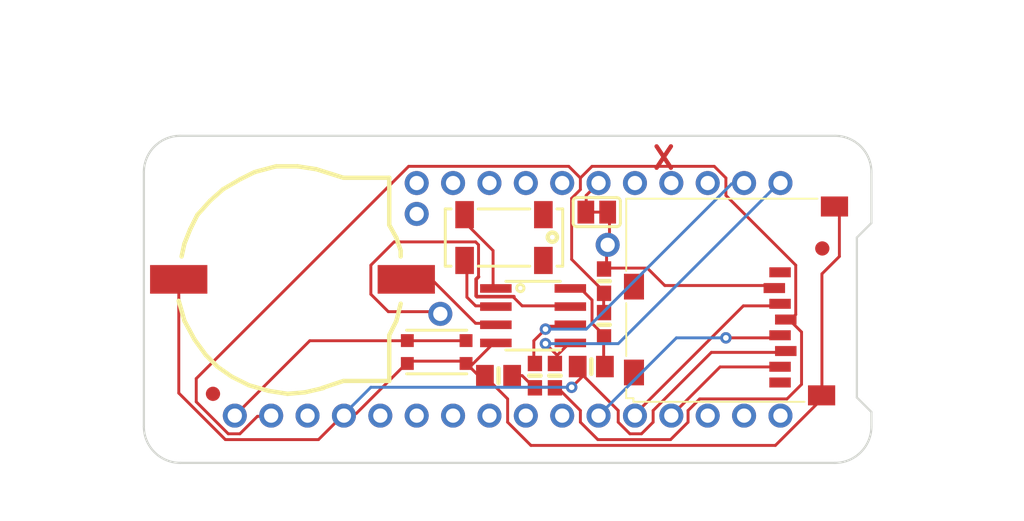
<source format=kicad_pcb>
(kicad_pcb (version 20171130) (host pcbnew "(5.1.2-1)-1")

  (general
    (thickness 1.6)
    (drawings 20)
    (tracks 186)
    (zones 0)
    (modules 19)
    (nets 35)
  )

  (page A4)
  (layers
    (0 Top signal)
    (31 Bottom signal)
    (32 B.Adhes user)
    (33 F.Adhes user)
    (34 B.Paste user)
    (35 F.Paste user)
    (36 B.SilkS user)
    (37 F.SilkS user)
    (38 B.Mask user)
    (39 F.Mask user)
    (40 Dwgs.User user)
    (41 Cmts.User user)
    (42 Eco1.User user)
    (43 Eco2.User user)
    (44 Edge.Cuts user)
    (45 Margin user)
    (46 B.CrtYd user)
    (47 F.CrtYd user)
    (48 B.Fab user)
    (49 F.Fab user)
  )

  (setup
    (last_trace_width 0.25)
    (trace_clearance 0.2)
    (zone_clearance 0.508)
    (zone_45_only no)
    (trace_min 0.2)
    (via_size 0.8)
    (via_drill 0.4)
    (via_min_size 0.4)
    (via_min_drill 0.3)
    (uvia_size 0.3)
    (uvia_drill 0.1)
    (uvias_allowed no)
    (uvia_min_size 0.2)
    (uvia_min_drill 0.1)
    (edge_width 0.05)
    (segment_width 0.2)
    (pcb_text_width 0.3)
    (pcb_text_size 1.5 1.5)
    (mod_edge_width 0.12)
    (mod_text_size 1 1)
    (mod_text_width 0.15)
    (pad_size 1.524 1.524)
    (pad_drill 0.762)
    (pad_to_mask_clearance 0.051)
    (solder_mask_min_width 0.25)
    (aux_axis_origin 0 0)
    (visible_elements FFFFEF7F)
    (pcbplotparams
      (layerselection 0x010fc_ffffffff)
      (usegerberextensions false)
      (usegerberattributes false)
      (usegerberadvancedattributes false)
      (creategerberjobfile false)
      (excludeedgelayer true)
      (linewidth 0.100000)
      (plotframeref false)
      (viasonmask false)
      (mode 1)
      (useauxorigin false)
      (hpglpennumber 1)
      (hpglpenspeed 20)
      (hpglpendiameter 15.000000)
      (psnegative false)
      (psa4output false)
      (plotreference true)
      (plotvalue true)
      (plotinvisibletext false)
      (padsonsilk false)
      (subtractmaskfromsilk false)
      (outputformat 1)
      (mirror false)
      (drillshape 1)
      (scaleselection 1)
      (outputdirectory ""))
  )

  (net 0 "")
  (net 1 G)
  (net 2 TX)
  (net 3 RX)
  (net 4 F)
  (net 5 E)
  (net 6 D)
  (net 7 C)
  (net 8 B)
  (net 9 A)
  (net 10 AREF)
  (net 11 USB)
  (net 12 N)
  (net 13 M)
  (net 14 L)
  (net 15 J)
  (net 16 I)
  (net 17 H)
  (net 18 SCL)
  (net 19 SDA)
  (net 20 GND)
  (net 21 MOSI)
  (net 22 MISO)
  (net 23 SCK)
  (net 24 +3V3)
  (net 25 SD_CS)
  (net 26 RESET)
  (net 27 N$7)
  (net 28 N$8)
  (net 29 VBAT)
  (net 30 EN)
  (net 31 CR1220)
  (net 32 INT1)
  (net 33 CS)
  (net 34 N$1)

  (net_class Default "This is the default net class."
    (clearance 0.2)
    (trace_width 0.25)
    (via_dia 0.8)
    (via_drill 0.4)
    (uvia_dia 0.3)
    (uvia_drill 0.1)
    (add_net +3V3)
    (add_net A)
    (add_net AREF)
    (add_net B)
    (add_net C)
    (add_net CR1220)
    (add_net CS)
    (add_net D)
    (add_net E)
    (add_net EN)
    (add_net F)
    (add_net G)
    (add_net GND)
    (add_net H)
    (add_net I)
    (add_net INT1)
    (add_net J)
    (add_net L)
    (add_net M)
    (add_net MISO)
    (add_net MOSI)
    (add_net N)
    (add_net N$1)
    (add_net N$7)
    (add_net N$8)
    (add_net RESET)
    (add_net RX)
    (add_net SCK)
    (add_net SCL)
    (add_net SDA)
    (add_net SD_CS)
    (add_net TX)
    (add_net USB)
    (add_net VBAT)
  )

  (module MICROSD (layer Top) (tedit 0) (tstamp 5D7BF619)
    (at 156.8831 112.1156 90)
    (descr "Courtesy: Adafruit Industries")
    (fp_text reference X4 (at 1.18 7.69 90) (layer F.SilkS) hide
      (effects (font (size 0.77216 0.77216) (thickness 0.146304)) (justify left bottom))
    )
    (fp_text value microsd (at 1.18 8.833 90) (layer F.Fab) hide
      (effects (font (size 0.38608 0.38608) (thickness 0.04064)) (justify left bottom))
    )
    (fp_line (start 14.15 -0.1) (end 14.15 13.25) (layer F.SilkS) (width 0.127))
    (fp_line (start 9.1 -0.1) (end 14.15 -0.1) (layer F.SilkS) (width 0.127))
    (fp_line (start 3.15 -0.1) (end 6.85 -0.1) (layer F.SilkS) (width 0.127))
    (fp_line (start -0.05 0.4) (end -0.05 12.35) (layer F.SilkS) (width 0.127))
    (fp_line (start 0.2 0.4) (end -0.05 0.4) (layer F.SilkS) (width 0.127))
    (fp_line (start 0.2 -0.1) (end 0.2 0.4) (layer F.SilkS) (width 0.127))
    (fp_line (start 0.85 -0.1) (end 0.2 -0.1) (layer F.SilkS) (width 0.127))
    (fp_line (start 11.29 19.52) (end 11.29 16.67) (layer F.Fab) (width 0.1))
    (fp_arc (start 10.44 19.52) (end 10.44 20.37) (angle -90) (layer F.Fab) (width 0.1))
    (fp_line (start 1.14 20.37) (end 10.44 20.37) (layer F.Fab) (width 0.1))
    (fp_arc (start 1.14 19.52) (end 0.29 19.52) (angle -90) (layer F.Fab) (width 0.1))
    (fp_line (start 0.29 16.72) (end 0.29 19.52) (layer F.Fab) (width 0.1))
    (fp_arc (start 10.44 16.07) (end 10.44 16.92) (angle -90) (layer F.Fab) (width 0.1))
    (fp_line (start 1.14 16.92) (end 10.44 16.92) (layer F.Fab) (width 0.1))
    (fp_arc (start 1.14 16.07) (end 0.29 16.07) (angle -90) (layer F.Fab) (width 0.1))
    (fp_line (start 0.29 15.92) (end 0.29 16.07) (layer F.Fab) (width 0.1))
    (fp_line (start 11.29 15.42) (end 11.29 14.12) (layer F.Fab) (width 0.1))
    (fp_arc (start 10.54 15.42) (end 10.54 16.17) (angle -90) (layer F.Fab) (width 0.1))
    (fp_line (start 1.09 16.17) (end 10.54 16.17) (layer F.Fab) (width 0.1))
    (fp_arc (start 1.09 15.42) (end 0.34 15.42) (angle -90) (layer F.Fab) (width 0.1))
    (fp_line (start 0.34 14.12) (end 0.34 15.42) (layer F.Fab) (width 0.1))
    (fp_line (start 9.19 11.17) (end 9.19 9.82) (layer F.Fab) (width 0.1))
    (fp_line (start 8.79 11.17) (end 9.19 11.17) (layer F.Fab) (width 0.1))
    (fp_line (start 8.79 9.77) (end 8.79 11.17) (layer F.Fab) (width 0.1))
    (fp_line (start 8.09 10.82) (end 8.09 9.77) (layer F.Fab) (width 0.1))
    (fp_line (start 7.69 10.82) (end 8.09 10.82) (layer F.Fab) (width 0.1))
    (fp_line (start 7.69 9.77) (end 7.69 10.82) (layer F.Fab) (width 0.1))
    (fp_line (start 6.99 11.22) (end 6.99 9.82) (layer F.Fab) (width 0.1))
    (fp_line (start 6.59 11.22) (end 6.99 11.22) (layer F.Fab) (width 0.1))
    (fp_line (start 6.59 9.77) (end 6.59 11.22) (layer F.Fab) (width 0.1))
    (fp_line (start 5.89 11.37) (end 5.54 11.37) (layer F.Fab) (width 0.1))
    (fp_line (start 5.89 9.92) (end 5.89 11.37) (layer F.Fab) (width 0.1))
    (fp_line (start 6.24 9.92) (end 6.24 9.77) (layer F.Fab) (width 0.1))
    (fp_line (start 5.89 9.92) (end 6.24 9.92) (layer F.Fab) (width 0.1))
    (fp_line (start 5.49 9.92) (end 5.89 9.92) (layer F.Fab) (width 0.1))
    (fp_line (start 4.79 11.22) (end 4.79 9.92) (layer F.Fab) (width 0.1))
    (fp_line (start 4.39 11.22) (end 4.79 11.22) (layer F.Fab) (width 0.1))
    (fp_line (start 4.39 9.77) (end 4.39 11.22) (layer F.Fab) (width 0.1))
    (fp_line (start 3.74 11.42) (end 3.74 9.97) (layer F.Fab) (width 0.1))
    (fp_line (start 3.29 11.42) (end 3.74 11.42) (layer F.Fab) (width 0.1))
    (fp_line (start 3.29 9.97) (end 3.29 11.42) (layer F.Fab) (width 0.1))
    (fp_line (start 4.04 9.97) (end 4.04 9.77) (layer F.Fab) (width 0.1))
    (fp_line (start 3.74 9.97) (end 4.04 9.97) (layer F.Fab) (width 0.1))
    (fp_line (start 3.29 9.97) (end 3.74 9.97) (layer F.Fab) (width 0.1))
    (fp_line (start 2.94 9.97) (end 3.29 9.97) (layer F.Fab) (width 0.1))
    (fp_line (start 2.94 9.77) (end 2.94 9.97) (layer F.Fab) (width 0.1))
    (fp_line (start 2.59 11.17) (end 2.59 9.77) (layer F.Fab) (width 0.1))
    (fp_line (start 2.19 11.17) (end 2.59 11.17) (layer F.Fab) (width 0.1))
    (fp_line (start 2.19 9.77) (end 2.19 11.17) (layer F.Fab) (width 0.1))
    (fp_line (start 1.49 11.17) (end 1.49 9.77) (layer F.Fab) (width 0.1))
    (fp_line (start 1.09 11.17) (end 1.49 11.17) (layer F.Fab) (width 0.1))
    (fp_line (start 1.09 9.82) (end 1.09 11.17) (layer F.Fab) (width 0.1))
    (fp_line (start 8.39 0.77) (end 8.39 0.17) (layer F.Fab) (width 0.1))
    (fp_line (start 8.29 0.77) (end 8.39 0.77) (layer F.Fab) (width 0.1))
    (fp_line (start 7.19 0.77) (end 7.19 0.17) (layer F.Fab) (width 0.1))
    (fp_line (start 7.39 0.77) (end 7.19 0.77) (layer F.Fab) (width 0.1))
    (fp_line (start 8.29 0.92) (end 8.54 0.92) (layer F.Fab) (width 0.1))
    (fp_line (start 7.39 0.92) (end 7.09 0.92) (layer F.Fab) (width 0.1))
    (fp_line (start 7.14 5.92) (end 8.44 5.92) (layer F.Fab) (width 0.1))
    (fp_line (start 7.39 0.47) (end 7.14 5.92) (layer F.Fab) (width 0.1))
    (fp_line (start 7.39 0.42) (end 7.39 0.47) (layer F.Fab) (width 0.1))
    (fp_arc (start 7.54 0.47) (end 7.59 0.32) (angle -90) (layer F.Fab) (width 0.1))
    (fp_line (start 7.59 1.27) (end 7.59 0.32) (layer F.Fab) (width 0.1))
    (fp_arc (start 7.84 1.27) (end 7.84 1.52) (angle 90) (layer F.Fab) (width 0.1))
    (fp_line (start 7.79 1.52) (end 7.84 1.52) (layer F.Fab) (width 0.1))
    (fp_arc (start 7.79 1.27) (end 8.04 1.27) (angle 90) (layer F.Fab) (width 0.1))
    (fp_line (start 8.04 0.32) (end 8.04 1.27) (layer F.Fab) (width 0.1))
    (fp_arc (start 8.04 0.52) (end 8.24 0.52) (angle -90) (layer F.Fab) (width 0.1))
    (fp_line (start 8.24 0.57) (end 8.24 0.52) (layer F.Fab) (width 0.1))
    (fp_line (start 8.44 5.92) (end 8.24 0.57) (layer F.Fab) (width 0.1))
    (fp_arc (start 8.59 5.92) (end 8.59 6.07) (angle 90) (layer F.Fab) (width 0.1))
    (fp_arc (start 8.59 5.92) (end 8.74 5.92) (angle 90) (layer F.Fab) (width 0.1))
    (fp_line (start 8.74 5.87) (end 8.74 5.92) (layer F.Fab) (width 0.1))
    (fp_line (start 8.49 -0.03) (end 8.74 5.87) (layer F.Fab) (width 0.1))
    (fp_line (start 7.14 0.12) (end 8.49 0.12) (layer F.Fab) (width 0.1))
    (fp_line (start 6.84 5.92) (end 7.09 -0.03) (layer F.Fab) (width 0.1))
    (fp_arc (start 6.99 5.92) (end 6.99 6.07) (angle 90) (layer F.Fab) (width 0.1))
    (fp_arc (start 6.99 5.92) (end 7.14 5.92) (angle 90) (layer F.Fab) (width 0.1))
    (fp_line (start 2.69 0.77) (end 2.69 0.17) (layer F.Fab) (width 0.1))
    (fp_line (start 2.59 0.77) (end 2.69 0.77) (layer F.Fab) (width 0.1))
    (fp_line (start 1.49 0.77) (end 1.49 0.17) (layer F.Fab) (width 0.1))
    (fp_line (start 1.69 0.77) (end 1.49 0.77) (layer F.Fab) (width 0.1))
    (fp_line (start 2.59 0.92) (end 2.84 0.92) (layer F.Fab) (width 0.1))
    (fp_line (start 1.69 0.92) (end 1.39 0.92) (layer F.Fab) (width 0.1))
    (fp_line (start 1.44 5.92) (end 2.74 5.92) (layer F.Fab) (width 0.1))
    (fp_line (start 1.69 0.47) (end 1.44 5.92) (layer F.Fab) (width 0.1))
    (fp_line (start 1.69 0.42) (end 1.69 0.47) (layer F.Fab) (width 0.1))
    (fp_arc (start 1.84 0.47) (end 1.89 0.32) (angle -90) (layer F.Fab) (width 0.1))
    (fp_line (start 1.89 1.27) (end 1.89 0.32) (layer F.Fab) (width 0.1))
    (fp_arc (start 2.14 1.27) (end 2.14 1.52) (angle 90) (layer F.Fab) (width 0.1))
    (fp_line (start 2.09 1.52) (end 2.14 1.52) (layer F.Fab) (width 0.1))
    (fp_arc (start 2.09 1.27) (end 2.34 1.27) (angle 90) (layer F.Fab) (width 0.1))
    (fp_line (start 2.34 0.32) (end 2.34 1.27) (layer F.Fab) (width 0.1))
    (fp_arc (start 2.34 0.52) (end 2.54 0.52) (angle -90) (layer F.Fab) (width 0.1))
    (fp_line (start 2.54 0.57) (end 2.54 0.52) (layer F.Fab) (width 0.1))
    (fp_line (start 2.74 5.92) (end 2.54 0.57) (layer F.Fab) (width 0.1))
    (fp_arc (start 2.89 5.92) (end 2.89 6.07) (angle 90) (layer F.Fab) (width 0.1))
    (fp_arc (start 2.89 5.92) (end 3.04 5.92) (angle 90) (layer F.Fab) (width 0.1))
    (fp_line (start 3.04 5.87) (end 3.04 5.92) (layer F.Fab) (width 0.1))
    (fp_line (start 2.79 -0.03) (end 3.04 5.87) (layer F.Fab) (width 0.1))
    (fp_line (start 1.44 0.12) (end 2.79 0.12) (layer F.Fab) (width 0.1))
    (fp_line (start 1.14 5.92) (end 1.39 -0.03) (layer F.Fab) (width 0.1))
    (fp_arc (start 1.29 5.92) (end 1.29 6.07) (angle 90) (layer F.Fab) (width 0.1))
    (fp_arc (start 1.29 5.92) (end 1.44 5.92) (angle 90) (layer F.Fab) (width 0.1))
    (fp_line (start 9.99 6.37) (end 9.99 3.87) (layer F.Fab) (width 0.1))
    (fp_arc (start 10.19 6.37) (end 10.19 6.57) (angle 90) (layer F.Fab) (width 0.1))
    (fp_line (start 10.24 6.57) (end 10.19 6.57) (layer F.Fab) (width 0.1))
    (fp_arc (start 10.24 6.32) (end 10.49 6.32) (angle 90) (layer F.Fab) (width 0.1))
    (fp_line (start 10.49 3.87) (end 10.49 6.32) (layer F.Fab) (width 0.1))
    (fp_arc (start 10.29 3.87) (end 10.29 3.67) (angle 90) (layer F.Fab) (width 0.1))
    (fp_line (start 10.19 3.67) (end 10.29 3.67) (layer F.Fab) (width 0.1))
    (fp_arc (start 10.19 3.87) (end 9.99 3.87) (angle 90) (layer F.Fab) (width 0.1))
    (fp_arc (start 1.29 10.12) (end 0.94 10.12) (angle 90) (layer F.Fab) (width 0.1))
    (fp_line (start 0.94 11.22) (end 0.94 10.12) (layer F.Fab) (width 0.1))
    (fp_arc (start 1.29 11.22) (end 1.29 11.57) (angle 90) (layer F.Fab) (width 0.1))
    (fp_line (start 4.49 11.57) (end 1.29 11.57) (layer F.Fab) (width 0.1))
    (fp_arc (start 4.49 11.22) (end 4.84 11.22) (angle 90) (layer F.Fab) (width 0.1))
    (fp_line (start 4.84 10.02) (end 4.84 11.22) (layer F.Fab) (width 0.1))
    (fp_arc (start 4.59 10.02) (end 4.59 9.77) (angle 90) (layer F.Fab) (width 0.1))
    (fp_line (start 4.39 9.77) (end 4.59 9.77) (layer F.Fab) (width 0.1))
    (fp_line (start 4.04 9.77) (end 4.39 9.77) (layer F.Fab) (width 0.1))
    (fp_line (start 2.94 9.77) (end 4.04 9.77) (layer F.Fab) (width 0.1))
    (fp_line (start 2.59 9.77) (end 2.94 9.77) (layer F.Fab) (width 0.1))
    (fp_line (start 2.19 9.77) (end 2.59 9.77) (layer F.Fab) (width 0.1))
    (fp_line (start 1.49 9.77) (end 2.19 9.77) (layer F.Fab) (width 0.1))
    (fp_line (start 1.29 9.77) (end 1.49 9.77) (layer F.Fab) (width 0.1))
    (fp_arc (start 5.74 10.07) (end 5.44 10.07) (angle 90) (layer F.Fab) (width 0.1))
    (fp_line (start 5.44 11.22) (end 5.44 10.07) (layer F.Fab) (width 0.1))
    (fp_arc (start 5.79 11.22) (end 5.79 11.57) (angle 90) (layer F.Fab) (width 0.1))
    (fp_line (start 8.99 11.57) (end 5.79 11.57) (layer F.Fab) (width 0.1))
    (fp_arc (start 8.99 11.22) (end 9.34 11.22) (angle 90) (layer F.Fab) (width 0.1))
    (fp_line (start 9.34 10.07) (end 9.34 11.22) (layer F.Fab) (width 0.1))
    (fp_arc (start 9.04 10.07) (end 9.04 9.77) (angle 90) (layer F.Fab) (width 0.1))
    (fp_line (start 8.79 9.77) (end 9.04 9.77) (layer F.Fab) (width 0.1))
    (fp_line (start 8.09 9.77) (end 8.79 9.77) (layer F.Fab) (width 0.1))
    (fp_line (start 7.69 9.77) (end 8.09 9.77) (layer F.Fab) (width 0.1))
    (fp_line (start 6.59 9.77) (end 7.69 9.77) (layer F.Fab) (width 0.1))
    (fp_line (start 6.24 9.77) (end 6.59 9.77) (layer F.Fab) (width 0.1))
    (fp_line (start 5.74 9.77) (end 6.24 9.77) (layer F.Fab) (width 0.1))
    (fp_line (start 11.94 6.47) (end 14.04 6.47) (layer F.Fab) (width 0.1))
    (fp_arc (start 11.94 6.82) (end 11.59 6.82) (angle 90) (layer F.Fab) (width 0.1))
    (fp_line (start 11.59 8.12) (end 11.59 6.82) (layer F.Fab) (width 0.1))
    (fp_arc (start 11.64 8.12) (end 11.64 8.17) (angle 90) (layer F.Fab) (width 0.1))
    (fp_line (start 11.84 8.37) (end 11.64 8.17) (layer F.Fab) (width 0.1))
    (fp_line (start 11.84 12.32) (end 11.84 8.37) (layer F.Fab) (width 0.1))
    (fp_arc (start 12.04 12.32) (end 12.04 12.52) (angle 90) (layer F.Fab) (width 0.1))
    (fp_line (start 12.09 12.52) (end 12.04 12.52) (layer F.Fab) (width 0.1))
    (fp_arc (start 12.09 12.32) (end 12.29 12.32) (angle 90) (layer F.Fab) (width 0.1))
    (fp_line (start 12.44 8.17) (end 12.29 12.32) (layer F.Fab) (width 0.1))
    (fp_arc (start 12.24 8.17) (end 12.24 7.97) (angle 90) (layer F.Fab) (width 0.1))
    (fp_line (start 12.19 7.97) (end 12.24 7.97) (layer F.Fab) (width 0.1))
    (fp_arc (start 12.19 7.82) (end 12.04 7.82) (angle -90) (layer F.Fab) (width 0.1))
    (fp_line (start 12.04 7.02) (end 12.04 7.82) (layer F.Fab) (width 0.1))
    (fp_arc (start 12.19 7.02) (end 12.19 6.87) (angle -90) (layer F.Fab) (width 0.1))
    (fp_line (start 13.24 6.87) (end 12.19 6.87) (layer F.Fab) (width 0.1))
    (fp_arc (start 13.24 7.02) (end 13.39 7.02) (angle -90) (layer F.Fab) (width 0.1))
    (fp_line (start 13.39 7.72) (end 13.39 7.02) (layer F.Fab) (width 0.1))
    (fp_arc (start 13.14 7.72) (end 13.14 7.97) (angle -90) (layer F.Fab) (width 0.1))
    (fp_arc (start 13.14 8.12) (end 12.99 8.12) (angle 90) (layer F.Fab) (width 0.1))
    (fp_line (start 13.09 12.32) (end 12.99 8.12) (layer F.Fab) (width 0.1))
    (fp_arc (start 13.29 12.32) (end 13.29 12.52) (angle 90) (layer F.Fab) (width 0.1))
    (fp_line (start 14.04 12.52) (end 13.29 12.52) (layer F.Fab) (width 0.1))
    (fp_arc (start 13.74 14.02) (end 13.94 14.02) (angle -90) (layer F.Fab) (width 0.1))
    (fp_arc (start 13.79 14.02) (end 13.79 14.17) (angle -90) (layer F.Fab) (width 0.1))
    (fp_line (start 13.74 14.17) (end 13.79 14.17) (layer F.Fab) (width 0.1))
    (fp_arc (start 13.74 14.32) (end 13.59 14.32) (angle 90) (layer F.Fab) (width 0.1))
    (fp_line (start 13.59 14.62) (end 13.59 14.32) (layer F.Fab) (width 0.1))
    (fp_arc (start 13.74 14.62) (end 13.74 14.77) (angle 90) (layer F.Fab) (width 0.1))
    (fp_line (start 13.79 14.77) (end 13.74 14.77) (layer F.Fab) (width 0.1))
    (fp_arc (start 13.79 14.92) (end 13.94 14.92) (angle -90) (layer F.Fab) (width 0.1))
    (fp_line (start 13.94 15.02) (end 13.94 14.92) (layer F.Fab) (width 0.1))
    (fp_line (start 13.34 13.82) (end 13.34 15.12) (layer F.Fab) (width 0.1))
    (fp_line (start 13.64 13.67) (end 13.64 13.47) (layer F.Fab) (width 0.1))
    (fp_line (start 13.64 13.67) (end 13.79 13.67) (layer F.Fab) (width 0.1))
    (fp_line (start 12.99 13.67) (end 13.64 13.67) (layer F.Fab) (width 0.1))
    (fp_line (start 13.79 13.47) (end 13.79 13.67) (layer F.Fab) (width 0.1))
    (fp_line (start 11.34 14.52) (end 10.84 13.97) (layer F.Fab) (width 0.1))
    (fp_line (start 11.54 14.52) (end 11.34 14.52) (layer F.Fab) (width 0.1))
    (fp_arc (start 11.49 14.92) (end 11.34 14.92) (angle 90) (layer F.Fab) (width 0.1))
    (fp_line (start 11.49 15.07) (end 11.34 14.92) (layer F.Fab) (width 0.1))
    (fp_line (start 10.49 14.92) (end 11.34 14.92) (layer F.Fab) (width 0.1))
    (fp_line (start 10.99 14.72) (end 10.49 14.72) (layer F.Fab) (width 0.1))
    (fp_line (start 10.99 14.72) (end 11.49 14.72) (layer F.Fab) (width 0.1))
    (fp_line (start 10.49 14.22) (end 10.99 14.72) (layer F.Fab) (width 0.1))
    (fp_line (start 10.49 13.87) (end 10.49 14.22) (layer F.Fab) (width 0.1))
    (fp_line (start 10.49 14.52) (end 10.74 14.52) (layer F.Fab) (width 0.1))
    (fp_line (start 10.49 14.72) (end 10.49 14.52) (layer F.Fab) (width 0.1))
    (fp_line (start 10.49 14.92) (end 10.49 14.72) (layer F.Fab) (width 0.1))
    (fp_line (start 10.49 15.12) (end 10.49 14.92) (layer F.Fab) (width 0.1))
    (fp_line (start 9.54 15.12) (end 9.54 13.62) (layer F.Fab) (width 0.1))
    (fp_line (start 10.49 15.12) (end 9.54 15.12) (layer F.Fab) (width 0.1))
    (fp_line (start 11.79 15.12) (end 10.49 15.12) (layer F.Fab) (width 0.1))
    (fp_line (start 14.04 2.32) (end 14.04 -0.03) (layer F.Fab) (width 0.1))
    (fp_line (start 14.09 2.32) (end 14.04 2.32) (layer F.Fab) (width 0.1))
    (fp_line (start 14.09 3.37) (end 14.09 2.32) (layer F.Fab) (width 0.1))
    (fp_line (start 14.04 3.37) (end 14.09 3.37) (layer F.Fab) (width 0.1))
    (fp_line (start 14.04 6.47) (end 14.04 3.37) (layer F.Fab) (width 0.1))
    (fp_line (start 14.04 7.52) (end 14.04 6.47) (layer F.Fab) (width 0.1))
    (fp_line (start 14.09 7.52) (end 14.04 7.52) (layer F.Fab) (width 0.1))
    (fp_line (start 14.09 8.57) (end 14.09 7.52) (layer F.Fab) (width 0.1))
    (fp_line (start 14.04 8.57) (end 14.09 8.57) (layer F.Fab) (width 0.1))
    (fp_line (start 14.04 11.52) (end 14.04 8.57) (layer F.Fab) (width 0.1))
    (fp_line (start 14.09 11.52) (end 14.04 11.52) (layer F.Fab) (width 0.1))
    (fp_line (start 14.09 12.52) (end 14.09 11.52) (layer F.Fab) (width 0.1))
    (fp_line (start 14.04 12.52) (end 14.09 12.52) (layer F.Fab) (width 0.1))
    (fp_line (start 14.04 13.42) (end 14.04 12.52) (layer F.Fab) (width 0.1))
    (fp_line (start 13.14 13.42) (end 14.04 13.42) (layer F.Fab) (width 0.1))
    (fp_arc (start 13.14 13.62) (end 12.94 13.62) (angle 90) (layer F.Fab) (width 0.1))
    (fp_arc (start 13.14 13.62) (end 13.14 13.82) (angle 90) (layer F.Fab) (width 0.1))
    (fp_line (start 13.34 13.82) (end 13.14 13.82) (layer F.Fab) (width 0.1))
    (fp_line (start 13.74 13.82) (end 13.34 13.82) (layer F.Fab) (width 0.1))
    (fp_arc (start 13.74 14.07) (end 13.99 14.07) (angle -90) (layer F.Fab) (width 0.1))
    (fp_line (start 13.99 14.87) (end 13.99 14.07) (layer F.Fab) (width 0.1))
    (fp_arc (start 13.74 14.87) (end 13.94 15.02) (angle -36.869898) (layer F.Fab) (width 0.1))
    (fp_arc (start 13.739999 14.869999) (end 13.74 15.12) (angle -53.130102) (layer F.Fab) (width 0.1))
    (fp_line (start 13.34 15.12) (end 13.74 15.12) (layer F.Fab) (width 0.1))
    (fp_line (start 11.79 15.12) (end 13.34 15.12) (layer F.Fab) (width 0.1))
    (fp_arc (start 11.79 14.87) (end 11.54 14.87) (angle -90) (layer F.Fab) (width 0.1))
    (fp_line (start 11.54 14.52) (end 11.54 14.87) (layer F.Fab) (width 0.1))
    (fp_line (start 11.54 14.27) (end 11.54 14.52) (layer F.Fab) (width 0.1))
    (fp_arc (start 11.44 14.27) (end 11.44 14.17) (angle 90) (layer F.Fab) (width 0.1))
    (fp_arc (start 5.74 29.830621) (end 0.04 14.17) (angle 40) (layer F.Fab) (width 0.1))
    (fp_line (start 0.04 9.42) (end 0.04 14.17) (layer F.Fab) (width 0.1))
    (fp_line (start -0.01 9.42) (end 0.04 9.42) (layer F.Fab) (width 0.1))
    (fp_line (start -0.01 8.12) (end -0.01 9.42) (layer F.Fab) (width 0.1))
    (fp_line (start 0.04 8.12) (end -0.01 8.12) (layer F.Fab) (width 0.1))
    (fp_line (start 0.04 3.07) (end 0.04 8.12) (layer F.Fab) (width 0.1))
    (fp_line (start -0.01 3.07) (end 0.04 3.07) (layer F.Fab) (width 0.1))
    (fp_line (start -0.01 1.72) (end -0.01 3.07) (layer F.Fab) (width 0.1))
    (fp_line (start 0.04 1.72) (end -0.01 1.72) (layer F.Fab) (width 0.1))
    (fp_line (start 0.04 0.47) (end 0.04 1.72) (layer F.Fab) (width 0.1))
    (fp_line (start 0.29 0.47) (end 0.04 0.47) (layer F.Fab) (width 0.1))
    (fp_line (start 0.29 -0.03) (end 0.29 0.47) (layer F.Fab) (width 0.1))
    (fp_line (start 1.39 -0.03) (end 0.29 -0.03) (layer F.Fab) (width 0.1))
    (fp_line (start 2.79 -0.03) (end 1.39 -0.03) (layer F.Fab) (width 0.1))
    (fp_line (start 10.39 -0.03) (end 2.79 -0.03) (layer F.Fab) (width 0.1))
    (fp_line (start 10.39 0.27) (end 10.39 -0.03) (layer F.Fab) (width 0.1))
    (fp_arc (start 10.59 0.27) (end 10.59 0.47) (angle 90) (layer F.Fab) (width 0.1))
    (fp_arc (start 10.59 0.27) (end 10.79 0.27) (angle 90) (layer F.Fab) (width 0.1))
    (fp_line (start 10.79 -0.03) (end 10.79 0.27) (layer F.Fab) (width 0.1))
    (fp_line (start 12.99 -0.03) (end 10.79 -0.03) (layer F.Fab) (width 0.1))
    (fp_line (start 12.99 0.27) (end 12.99 -0.03) (layer F.Fab) (width 0.1))
    (fp_arc (start 13.19 0.27) (end 13.19 0.47) (angle 90) (layer F.Fab) (width 0.1))
    (fp_arc (start 13.19 0.27) (end 13.39 0.27) (angle 90) (layer F.Fab) (width 0.1))
    (fp_line (start 13.39 -0.03) (end 13.39 0.27) (layer F.Fab) (width 0.1))
    (fp_line (start 14.04 -0.03) (end 13.39 -0.03) (layer F.Fab) (width 0.1))
    (pad 1 smd rect (at 9 10.64 90) (size 0.7 1.5) (layers Top F.Paste F.Mask)
      (solder_mask_margin 0.0508))
    (pad 2 smd rect (at 7.9 10.24 90) (size 0.7 1.5) (layers Top F.Paste F.Mask)
      (net 25 SD_CS) (solder_mask_margin 0.0508))
    (pad 3 smd rect (at 6.8 10.64 90) (size 0.7 1.5) (layers Top F.Paste F.Mask)
      (net 21 MOSI) (solder_mask_margin 0.0508))
    (pad 4 smd rect (at 5.7 11.04 90) (size 0.7 1.5) (layers Top F.Paste F.Mask)
      (net 24 +3V3) (solder_mask_margin 0.0508))
    (pad 5 smd rect (at 4.6 10.64 90) (size 0.7 1.5) (layers Top F.Paste F.Mask)
      (net 23 SCK) (solder_mask_margin 0.0508))
    (pad 6 smd rect (at 3.5 11.04 90) (size 0.7 1.5) (layers Top F.Paste F.Mask)
      (net 20 GND) (solder_mask_margin 0.0508))
    (pad 7 smd rect (at 2.4 10.64 90) (size 0.7 1.5) (layers Top F.Paste F.Mask)
      (net 22 MISO) (solder_mask_margin 0.0508))
    (pad 8 smd rect (at 1.3 10.64 90) (size 0.7 1.5) (layers Top F.Paste F.Mask)
      (solder_mask_margin 0.0508))
    (pad CD2 smd rect (at 8 0.44 180) (size 1.4 1.8) (layers Top F.Paste F.Mask)
      (solder_mask_margin 0.0508))
    (pad CD1 smd rect (at 2 0.44 180) (size 1.4 1.8) (layers Top F.Paste F.Mask)
      (solder_mask_margin 0.0508))
    (pad MT2 smd rect (at 13.6 14.44 90) (size 1.4 1.9) (layers Top F.Paste F.Mask)
      (net 20 GND) (solder_mask_margin 0.0508))
    (pad MT1 smd rect (at 0.4 13.54 90) (size 1.4 1.9) (layers Top F.Paste F.Mask)
      (net 20 GND) (solder_mask_margin 0.0508))
  )

  (module BTN_KMR2_4.6X2.8 (layer Top) (tedit 0) (tstamp 5D7BF71E)
    (at 143.5481 108.6866 180)
    (fp_text reference SW1 (at -2.032 -1.778 180) (layer F.SilkS) hide
      (effects (font (size 0.77216 0.77216) (thickness 0.146304)) (justify right top))
    )
    (fp_text value KMR2 (at -2.032 2.159 180) (layer F.Fab) hide
      (effects (font (size 0.38608 0.38608) (thickness 0.04064)) (justify right top))
    )
    (fp_line (start 2.1 1.5254) (end -2.1 1.5254) (layer F.SilkS) (width 0.2032))
    (fp_line (start -2.1 -1.5254) (end 2.1 -1.5254) (layer F.SilkS) (width 0.2032))
    (fp_line (start 1.05 0.8) (end -1.05 0.8) (layer F.Fab) (width 0.2032))
    (fp_arc (start -0.881399 0) (end 1.05 -0.8) (angle 44.999389) (layer F.Fab) (width 0.2032))
    (fp_line (start -1.05 -0.8) (end 1.05 -0.8) (layer F.Fab) (width 0.2032))
    (fp_arc (start 0.881399 0) (end -1.05 0.8) (angle 44.999389) (layer F.Fab) (width 0.2032))
    (fp_line (start -2.1 1.4) (end -2.1 -1.4) (layer F.Fab) (width 0.2032))
    (fp_line (start 2.1 1.4) (end -2.1 1.4) (layer F.Fab) (width 0.2032))
    (fp_line (start 2.1 -1.4) (end 2.1 1.4) (layer F.Fab) (width 0.2032))
    (fp_line (start -2.1 -1.4) (end 2.1 -1.4) (layer F.Fab) (width 0.2032))
    (fp_line (start 0 -0.2) (end 0.3 0.1) (layer F.Fab) (width 0.127))
    (fp_line (start 0 0.4) (end 0 0.3) (layer F.Fab) (width 0.127))
    (fp_line (start 0 -0.4) (end 0 -0.2) (layer F.Fab) (width 0.127))
    (fp_line (start 0 0.4) (end 0.4 0.4) (layer F.Fab) (width 0.127))
    (fp_line (start -0.4 0.4) (end 0 0.4) (layer F.Fab) (width 0.127))
    (fp_line (start 0 -0.4) (end 0.4 -0.4) (layer F.Fab) (width 0.127))
    (fp_line (start -0.4 -0.4) (end 0 -0.4) (layer F.Fab) (width 0.127))
    (pad A' smd rect (at -2.05 -0.8 180) (size 0.9 0.9) (layers Top F.Paste F.Mask)
      (net 20 GND) (solder_mask_margin 0.0508))
    (pad B' smd rect (at -2.05 0.8 180) (size 0.9 0.9) (layers Top F.Paste F.Mask)
      (net 26 RESET) (solder_mask_margin 0.0508))
    (pad B smd rect (at 2.05 0.8 180) (size 0.9 0.9) (layers Top F.Paste F.Mask)
      (net 26 RESET) (solder_mask_margin 0.0508))
    (pad A smd rect (at 2.05 -0.8 180) (size 0.9 0.9) (layers Top F.Paste F.Mask)
      (net 20 GND) (solder_mask_margin 0.0508))
  )

  (module SOIC8_150MIL (layer Top) (tedit 0) (tstamp 5D7BF736)
    (at 150.2791 106.1466 270)
    (descr "<b>Small Outline IC - 150mil Wide</b>")
    (fp_text reference IC1 (at -1.905 -0.381 270) (layer F.SilkS) hide
      (effects (font (size 0.77216 0.77216) (thickness 0.146304)) (justify right top))
    )
    (fp_text value PCF8523T (at -1.905 0.381 270) (layer F.Fab) hide
      (effects (font (size 0.38608 0.38608) (thickness 0.04064)) (justify right top))
    )
    (fp_poly (pts (xy -2.15 -2) (xy -1.66 -2) (xy -1.66 -3.1) (xy -2.15 -3.1)) (layer F.Fab) (width 0))
    (fp_poly (pts (xy -0.88 -2) (xy -0.39 -2) (xy -0.39 -3.1) (xy -0.88 -3.1)) (layer F.Fab) (width 0))
    (fp_poly (pts (xy 0.39 -2) (xy 0.88 -2) (xy 0.88 -3.1) (xy 0.39 -3.1)) (layer F.Fab) (width 0))
    (fp_poly (pts (xy 1.66 -2) (xy 2.15 -2) (xy 2.15 -3.1) (xy 1.66 -3.1)) (layer F.Fab) (width 0))
    (fp_poly (pts (xy 1.66 3.1) (xy 2.15 3.1) (xy 2.15 2) (xy 1.66 2)) (layer F.Fab) (width 0))
    (fp_poly (pts (xy 0.39 3.1) (xy 0.88 3.1) (xy 0.88 2) (xy 0.39 2)) (layer F.Fab) (width 0))
    (fp_poly (pts (xy -0.88 3.1) (xy -0.39 3.1) (xy -0.39 2) (xy -0.88 2)) (layer F.Fab) (width 0))
    (fp_poly (pts (xy -2.15 3.1) (xy -1.66 3.1) (xy -1.66 2) (xy -2.15 2)) (layer F.Fab) (width 0))
    (fp_circle (center -1.9304 0.889) (end -1.6764 0.889) (layer F.SilkS) (width 0.2032))
    (fp_line (start 2.4 -1.9) (end 2.4 1.9) (layer F.SilkS) (width 0.2032))
    (fp_line (start -2.4 1.9) (end -2.4 -1.9) (layer F.SilkS) (width 0.2032))
    (fp_line (start -2.4 -1.9) (end 2.4 -1.9) (layer F.Fab) (width 0.2032))
    (fp_line (start 2.4 1.4) (end -2.4 1.4) (layer F.Fab) (width 0.2032))
    (fp_line (start -2.4 1.4) (end -2.4 -1.9) (layer F.Fab) (width 0.2032))
    (fp_line (start -2.4 1.9) (end -2.4 1.4) (layer F.Fab) (width 0.2032))
    (fp_line (start 2.4 1.9) (end -2.4 1.9) (layer F.Fab) (width 0.2032))
    (fp_line (start 2.4 1.4) (end 2.4 1.9) (layer F.Fab) (width 0.2032))
    (fp_line (start 2.4 -1.9) (end 2.4 1.4) (layer F.Fab) (width 0.2032))
    (pad 5 smd rect (at 1.905 -2.6 270) (size 0.6 2.2) (layers Top F.Paste F.Mask)
      (net 19 SDA) (solder_mask_margin 0.0508))
    (pad 6 smd rect (at 0.635 -2.6 270) (size 0.6 2.2) (layers Top F.Paste F.Mask)
      (net 18 SCL) (solder_mask_margin 0.0508))
    (pad 8 smd rect (at -1.905 -2.6 270) (size 0.6 2.2) (layers Top F.Paste F.Mask)
      (net 34 N$1) (solder_mask_margin 0.0508))
    (pad 4 smd rect (at 1.905 2.6 270) (size 0.6 2.2) (layers Top F.Paste F.Mask)
      (net 20 GND) (solder_mask_margin 0.0508))
    (pad 3 smd rect (at 0.635 2.6 270) (size 0.6 2.2) (layers Top F.Paste F.Mask)
      (net 31 CR1220) (solder_mask_margin 0.0508))
    (pad 1 smd rect (at -1.905 2.6 270) (size 0.6 2.2) (layers Top F.Paste F.Mask)
      (net 27 N$7) (solder_mask_margin 0.0508))
    (pad 7 smd rect (at -0.635 -2.6 270) (size 0.6 2.2) (layers Top F.Paste F.Mask)
      (net 32 INT1) (solder_mask_margin 0.0508))
    (pad 2 smd rect (at -0.635 2.6 270) (size 0.6 2.2) (layers Top F.Paste F.Mask)
      (net 28 N$8) (solder_mask_margin 0.0508))
  )

  (module CRYSTAL_8X3.8 (layer Top) (tedit 0) (tstamp 5D7BF753)
    (at 148.2471 100.6856)
    (descr "<p>8.0x3.8x2.5mm SMT Crystal</p>\n<p>Source: http://www.abracon.com/Resonators/abs25.pdf</p>")
    (fp_text reference Y1 (at -1.9 -2.854) (layer F.SilkS) hide
      (effects (font (size 0.77216 0.77216) (thickness 0.146304)) (justify left bottom))
    )
    (fp_text value 32khz (at -1.9 -2.327) (layer F.Fab) hide
      (effects (font (size 0.38608 0.38608) (thickness 0.04064)) (justify left bottom))
    )
    (fp_circle (center 3.3782 -0.0254) (end 3.701487 -0.0254) (layer F.SilkS) (width 0.3048))
    (fp_line (start 4.1 2) (end 3.7 2) (layer F.SilkS) (width 0.2032))
    (fp_line (start 4.1 -2) (end 4.1 2) (layer F.SilkS) (width 0.2032))
    (fp_line (start 3.7 -2) (end 4.1 -2) (layer F.SilkS) (width 0.2032))
    (fp_line (start -1.8 -2) (end 1.8 -2) (layer F.SilkS) (width 0.2032))
    (fp_line (start -1.8 2) (end 1.8 2) (layer F.SilkS) (width 0.2032))
    (fp_line (start -4.1 2) (end -3.7 2) (layer F.SilkS) (width 0.2032))
    (fp_line (start -4.1 -2) (end -4.1 2) (layer F.SilkS) (width 0.2032))
    (fp_line (start -3.7 -2) (end -4.1 -2) (layer F.SilkS) (width 0.2032))
    (fp_line (start 3.75 1.5) (end -3.25 1.5) (layer F.Fab) (width 0.2032))
    (fp_line (start 3.75 -1.5) (end 3.75 1.5) (layer F.Fab) (width 0.2032))
    (fp_line (start -3.25 -1.5) (end 3.75 -1.5) (layer F.Fab) (width 0.2032))
    (fp_line (start -3.25 1.5) (end -3.25 0.75) (layer F.Fab) (width 0.2032))
    (fp_line (start -4 1.75) (end -3.25 1.5) (layer F.Fab) (width 0.2032))
    (fp_line (start -3.25 -1.5) (end -3.25 -0.75) (layer F.Fab) (width 0.2032))
    (fp_line (start -4 -1.75) (end -3.25 -1.5) (layer F.Fab) (width 0.2032))
    (fp_circle (center -2.75 1.25) (end -2.5 1.25) (layer F.Fab) (width 0.2032))
    (fp_circle (center -2.75 -1.25) (end -2.5 -1.25) (layer F.Fab) (width 0.2032))
    (fp_line (start -2.75 0.5) (end -2.75 1.25) (layer F.Fab) (width 0.2032))
    (fp_line (start -2.75 -0.5) (end -2.75 -1.25) (layer F.Fab) (width 0.2032))
    (fp_line (start -2.75 0.5) (end -2 0.5) (layer F.Fab) (width 0.2032))
    (fp_line (start -3.5 0.5) (end -2.75 0.5) (layer F.Fab) (width 0.2032))
    (fp_line (start -2.75 -0.5) (end -2 -0.5) (layer F.Fab) (width 0.2032))
    (fp_line (start -3.5 -0.5) (end -2.75 -0.5) (layer F.Fab) (width 0.2032))
    (fp_line (start -3.5 0.25) (end -3.5 -0.25) (layer F.Fab) (width 0.2032))
    (fp_line (start -2 0.25) (end -3.5 0.25) (layer F.Fab) (width 0.2032))
    (fp_line (start -2 -0.25) (end -2 0.25) (layer F.Fab) (width 0.2032))
    (fp_line (start -3.5 -0.25) (end -2 -0.25) (layer F.Fab) (width 0.2032))
    (fp_line (start -4 -1.75) (end -4 -1.9) (layer F.Fab) (width 0.2032))
    (fp_line (start -4 1.75) (end -4 -1.75) (layer F.Fab) (width 0.2032))
    (fp_line (start -4 1.9) (end -4 1.75) (layer F.Fab) (width 0.2032))
    (fp_line (start 4 1.9) (end -4 1.9) (layer F.Fab) (width 0.2032))
    (fp_line (start 4 -1.9) (end 4 1.9) (layer F.Fab) (width 0.2032))
    (fp_line (start -4 -1.9) (end 4 -1.9) (layer F.Fab) (width 0.2032))
    (pad P$4 smd rect (at -2.75 -1.6) (size 1.3 1.9) (layers Top F.Paste F.Mask)
      (net 27 N$7) (solder_mask_margin 0.0508))
    (pad P$3 smd rect (at 2.75 -1.6) (size 1.3 1.9) (layers Top F.Paste F.Mask)
      (solder_mask_margin 0.0508))
    (pad P$2 smd rect (at 2.75 1.6) (size 1.3 1.9) (layers Top F.Paste F.Mask)
      (solder_mask_margin 0.0508))
    (pad P$1 smd rect (at -2.75 1.6) (size 1.3 1.9) (layers Top F.Paste F.Mask)
      (net 28 N$8) (solder_mask_margin 0.0508))
  )

  (module 0603-NO (layer Top) (tedit 0) (tstamp 5D7BF77C)
    (at 151.8031 110.3376 270)
    (fp_text reference R1 (at 1.778 0.127 270) (layer F.SilkS) hide
      (effects (font (size 0.77216 0.77216) (thickness 0.146304)) (justify right top))
    )
    (fp_text value 10K (at 1.778 0.762 270) (layer F.Fab) hide
      (effects (font (size 0.38608 0.38608) (thickness 0.04064)) (justify right top))
    )
    (fp_line (start 0 -0.4) (end 0 0.4) (layer F.SilkS) (width 0.3048))
    (fp_poly (pts (xy -0.1999 0.3) (xy 0.1999 0.3) (xy 0.1999 -0.3) (xy -0.1999 -0.3)) (layer F.Adhes) (width 0))
    (fp_poly (pts (xy 0.3302 0.4699) (xy 0.8303 0.4699) (xy 0.8303 -0.4801) (xy 0.3302 -0.4801)) (layer F.Fab) (width 0))
    (fp_poly (pts (xy -0.8382 0.4699) (xy -0.3381 0.4699) (xy -0.3381 -0.4801) (xy -0.8382 -0.4801)) (layer F.Fab) (width 0))
    (fp_line (start -0.356 0.419) (end 0.356 0.419) (layer F.Fab) (width 0.1016))
    (fp_line (start -0.356 -0.432) (end 0.356 -0.432) (layer F.Fab) (width 0.1016))
    (fp_line (start -1.473 0.729) (end -1.473 -0.729) (layer Dwgs.User) (width 0.0508))
    (fp_line (start 1.473 0.729) (end -1.473 0.729) (layer Dwgs.User) (width 0.0508))
    (fp_line (start 1.473 -0.729) (end 1.473 0.729) (layer Dwgs.User) (width 0.0508))
    (fp_line (start -1.473 -0.729) (end 1.473 -0.729) (layer Dwgs.User) (width 0.0508))
    (pad 2 smd rect (at 0.85 0 270) (size 1.075 1) (layers Top F.Paste F.Mask)
      (net 24 +3V3) (solder_mask_margin 0.0508))
    (pad 1 smd rect (at -0.85 0 270) (size 1.075 1) (layers Top F.Paste F.Mask)
      (net 19 SDA) (solder_mask_margin 0.0508))
  )

  (module 0603-NO (layer Top) (tedit 0) (tstamp 5D7BF78B)
    (at 150.4061 110.3376 270)
    (fp_text reference R2 (at 1.778 0.127 270) (layer F.SilkS) hide
      (effects (font (size 0.77216 0.77216) (thickness 0.146304)) (justify right top))
    )
    (fp_text value 10K (at 1.778 0.762 270) (layer F.Fab) hide
      (effects (font (size 0.38608 0.38608) (thickness 0.04064)) (justify right top))
    )
    (fp_line (start 0 -0.4) (end 0 0.4) (layer F.SilkS) (width 0.3048))
    (fp_poly (pts (xy -0.1999 0.3) (xy 0.1999 0.3) (xy 0.1999 -0.3) (xy -0.1999 -0.3)) (layer F.Adhes) (width 0))
    (fp_poly (pts (xy 0.3302 0.4699) (xy 0.8303 0.4699) (xy 0.8303 -0.4801) (xy 0.3302 -0.4801)) (layer F.Fab) (width 0))
    (fp_poly (pts (xy -0.8382 0.4699) (xy -0.3381 0.4699) (xy -0.3381 -0.4801) (xy -0.8382 -0.4801)) (layer F.Fab) (width 0))
    (fp_line (start -0.356 0.419) (end 0.356 0.419) (layer F.Fab) (width 0.1016))
    (fp_line (start -0.356 -0.432) (end 0.356 -0.432) (layer F.Fab) (width 0.1016))
    (fp_line (start -1.473 0.729) (end -1.473 -0.729) (layer Dwgs.User) (width 0.0508))
    (fp_line (start 1.473 0.729) (end -1.473 0.729) (layer Dwgs.User) (width 0.0508))
    (fp_line (start 1.473 -0.729) (end 1.473 0.729) (layer Dwgs.User) (width 0.0508))
    (fp_line (start -1.473 -0.729) (end 1.473 -0.729) (layer Dwgs.User) (width 0.0508))
    (pad 2 smd rect (at 0.85 0 270) (size 1.075 1) (layers Top F.Paste F.Mask)
      (net 24 +3V3) (solder_mask_margin 0.0508))
    (pad 1 smd rect (at -0.85 0 270) (size 1.075 1) (layers Top F.Paste F.Mask)
      (net 18 SCL) (solder_mask_margin 0.0508))
  )

  (module 0603-NO (layer Top) (tedit 0) (tstamp 5D7BF79A)
    (at 155.2321 103.7336 270)
    (fp_text reference R3 (at 1.778 0.127 270) (layer F.SilkS) hide
      (effects (font (size 0.77216 0.77216) (thickness 0.146304)) (justify right top))
    )
    (fp_text value 100K (at 1.778 0.762 270) (layer F.Fab) hide
      (effects (font (size 0.38608 0.38608) (thickness 0.04064)) (justify right top))
    )
    (fp_line (start 0 -0.4) (end 0 0.4) (layer F.SilkS) (width 0.3048))
    (fp_poly (pts (xy -0.1999 0.3) (xy 0.1999 0.3) (xy 0.1999 -0.3) (xy -0.1999 -0.3)) (layer F.Adhes) (width 0))
    (fp_poly (pts (xy 0.3302 0.4699) (xy 0.8303 0.4699) (xy 0.8303 -0.4801) (xy 0.3302 -0.4801)) (layer F.Fab) (width 0))
    (fp_poly (pts (xy -0.8382 0.4699) (xy -0.3381 0.4699) (xy -0.3381 -0.4801) (xy -0.8382 -0.4801)) (layer F.Fab) (width 0))
    (fp_line (start -0.356 0.419) (end 0.356 0.419) (layer F.Fab) (width 0.1016))
    (fp_line (start -0.356 -0.432) (end 0.356 -0.432) (layer F.Fab) (width 0.1016))
    (fp_line (start -1.473 0.729) (end -1.473 -0.729) (layer Dwgs.User) (width 0.0508))
    (fp_line (start 1.473 0.729) (end -1.473 0.729) (layer Dwgs.User) (width 0.0508))
    (fp_line (start 1.473 -0.729) (end 1.473 0.729) (layer Dwgs.User) (width 0.0508))
    (fp_line (start -1.473 -0.729) (end 1.473 -0.729) (layer Dwgs.User) (width 0.0508))
    (pad 2 smd rect (at 0.85 0 270) (size 1.075 1) (layers Top F.Paste F.Mask)
      (net 24 +3V3) (solder_mask_margin 0.0508))
    (pad 1 smd rect (at -0.85 0 270) (size 1.075 1) (layers Top F.Paste F.Mask)
      (net 25 SD_CS) (solder_mask_margin 0.0508))
  )

  (module CR1220-2 (layer Top) (tedit 0) (tstamp 5D7BF7A9)
    (at 133.1341 103.6066)
    (fp_text reference B1 (at -1.602 -0.14) (layer F.SilkS) hide
      (effects (font (size 0.77216 0.77216) (thickness 0.146304)) (justify left bottom))
    )
    (fp_text value cr1220 (at -1.602 0.868) (layer F.Fab) hide
      (effects (font (size 0.38608 0.38608) (thickness 0.04064)) (justify left bottom))
    )
    (fp_line (start 2 -7.7) (end 3.9 -7.1) (layer F.SilkS) (width 0.3048))
    (fp_line (start 2.4 7.6) (end 3.9 7.1) (layer F.SilkS) (width 0.3048))
    (fp_line (start 7.6 2.9) (end 7.9 1.7) (layer F.SilkS) (width 0.3048))
    (fp_line (start 7.1 3.9) (end 7.6 2.9) (layer F.SilkS) (width 0.3048))
    (fp_line (start 7.1 7.1) (end 7.1 3.9) (layer F.SilkS) (width 0.3048))
    (fp_line (start 7.9 -2) (end 7.9 -1.6) (layer F.SilkS) (width 0.3048))
    (fp_line (start 7.6 -2.9) (end 7.9 -2) (layer F.SilkS) (width 0.3048))
    (fp_line (start 7.1 -3.8) (end 7.6 -2.9) (layer F.SilkS) (width 0.3048))
    (fp_line (start 7.1 -7.1) (end 7.1 -3.8) (layer F.SilkS) (width 0.3048))
    (fp_line (start 3.95 7.1) (end 7.1 7.1) (layer F.SilkS) (width 0.3048))
    (fp_line (start 3.95 -7.1) (end 7.1 -7.1) (layer F.SilkS) (width 0.3048))
    (fp_line (start 1.2 7.9) (end 2.5 7.6) (layer F.SilkS) (width 0.3048))
    (fp_line (start 0 8) (end 1.2 7.9) (layer F.SilkS) (width 0.3048))
    (fp_line (start -1.3 7.8) (end 0 8) (layer F.SilkS) (width 0.3048))
    (fp_line (start -2.7 7.4) (end -1.3 7.8) (layer F.SilkS) (width 0.3048))
    (fp_line (start -3.9 6.8) (end -2.7 7.4) (layer F.SilkS) (width 0.3048))
    (fp_line (start -4.9 6.1) (end -3.9 6.8) (layer F.SilkS) (width 0.3048))
    (fp_line (start -5.7 5.3) (end -4.9 6.1) (layer F.SilkS) (width 0.3048))
    (fp_line (start -6.5 4.2) (end -5.7 5.3) (layer F.SilkS) (width 0.3048))
    (fp_line (start -7.2 2.9) (end -6.5 4.2) (layer F.SilkS) (width 0.3048))
    (fp_line (start -7.6 1.5) (end -7.2 2.9) (layer F.SilkS) (width 0.3048))
    (fp_line (start 0.7 -7.9) (end 2 -7.7) (layer F.SilkS) (width 0.3048))
    (fp_line (start -0.8 -7.9) (end 0.7 -7.9) (layer F.SilkS) (width 0.3048))
    (fp_line (start -2.3 -7.5) (end -0.8 -7.9) (layer F.SilkS) (width 0.3048))
    (fp_line (start -3.3 -7) (end -2.3 -7.5) (layer F.SilkS) (width 0.3048))
    (fp_line (start -4.5 -6.3) (end -3.3 -7) (layer F.SilkS) (width 0.3048))
    (fp_line (start -5.4 -5.5) (end -4.5 -6.3) (layer F.SilkS) (width 0.3048))
    (fp_line (start -6.3 -4.5) (end -5.4 -5.5) (layer F.SilkS) (width 0.3048))
    (fp_line (start -6.8 -3.5) (end -6.3 -4.5) (layer F.SilkS) (width 0.3048))
    (fp_line (start -7.2 -2.5) (end -6.8 -3.5) (layer F.SilkS) (width 0.3048))
    (fp_line (start -7.4 -1.6) (end -7.2 -2.5) (layer F.SilkS) (width 0.3048))
    (fp_circle (center 0.2 0) (end 6.7 0) (layer F.Fab) (width 0.3048))
    (fp_circle (center 0.2 0) (end 7.59 0) (layer F.Fab) (width 0.3048))
    (pad + smd rect (at 8.29 0) (size 4 2) (layers Top F.Paste F.Mask)
      (net 31 CR1220) (solder_mask_margin 0.0508))
    (pad - smd rect (at -7.6 0) (size 4 2) (layers Top F.Paste F.Mask)
      (net 20 GND) (solder_mask_margin 0.0508))
    (pad "" np_thru_hole circle (at -3.5 0) (size 1.5 1.5) (drill 1.5) (layers *.Cu *.Mask))
    (pad "" np_thru_hole circle (at 3.95 0) (size 1.5 1.5) (drill 1.5) (layers *.Cu *.Mask))
  )

  (module 0805-NO (layer Top) (tedit 0) (tstamp 5D7BF7D1)
    (at 154.3431 109.7026 180)
    (fp_text reference C1 (at 2.032 0.127 180) (layer F.SilkS) hide
      (effects (font (size 0.77216 0.77216) (thickness 0.146304)) (justify right top))
    )
    (fp_text value 10uF (at 2.032 0.762 180) (layer F.Fab) hide
      (effects (font (size 0.38608 0.38608) (thickness 0.04064)) (justify right top))
    )
    (fp_line (start 0 -0.508) (end 0 0.508) (layer F.SilkS) (width 0.3048))
    (fp_poly (pts (xy 0.3556 0.7239) (xy 1.1057 0.7239) (xy 1.1057 -0.7262) (xy 0.3556 -0.7262)) (layer F.Fab) (width 0))
    (fp_poly (pts (xy -1.0922 0.7239) (xy -0.3421 0.7239) (xy -0.3421 -0.7262) (xy -1.0922 -0.7262)) (layer F.Fab) (width 0))
    (fp_line (start -0.356 0.66) (end 0.381 0.66) (layer F.Fab) (width 0.1016))
    (fp_line (start -0.381 -0.66) (end 0.381 -0.66) (layer F.Fab) (width 0.1016))
    (pad 2 smd rect (at 0.95 0 180) (size 1.24 1.5) (layers Top F.Paste F.Mask)
      (net 20 GND) (solder_mask_margin 0.0508))
    (pad 1 smd rect (at -0.95 0 180) (size 1.24 1.5) (layers Top F.Paste F.Mask)
      (net 34 N$1) (solder_mask_margin 0.0508))
  )

  (module 1X11_ROUND (layer Top) (tedit 0) (tstamp 5D7BF7DB)
    (at 154.8511 96.8756)
    (fp_text reference JP1 (at -14.0462 -1.8288) (layer F.SilkS) hide
      (effects (font (size 0.77216 0.77216) (thickness 0.146304)) (justify left bottom))
    )
    (fp_text value "" (at -13.97 3.175) (layer F.Fab)
      (effects (font (size 0.38608 0.38608) (thickness 0.038608)) (justify left bottom))
    )
    (fp_poly (pts (xy 12.446 0.254) (xy 12.954 0.254) (xy 12.954 -0.254) (xy 12.446 -0.254)) (layer F.Fab) (width 0))
    (fp_poly (pts (xy 9.906 0.254) (xy 10.414 0.254) (xy 10.414 -0.254) (xy 9.906 -0.254)) (layer F.Fab) (width 0))
    (fp_poly (pts (xy -12.954 0.254) (xy -12.446 0.254) (xy -12.446 -0.254) (xy -12.954 -0.254)) (layer F.Fab) (width 0))
    (fp_poly (pts (xy -10.414 0.254) (xy -9.906 0.254) (xy -9.906 -0.254) (xy -10.414 -0.254)) (layer F.Fab) (width 0))
    (fp_poly (pts (xy -7.874 0.254) (xy -7.366 0.254) (xy -7.366 -0.254) (xy -7.874 -0.254)) (layer F.Fab) (width 0))
    (fp_poly (pts (xy -5.334 0.254) (xy -4.826 0.254) (xy -4.826 -0.254) (xy -5.334 -0.254)) (layer F.Fab) (width 0))
    (fp_poly (pts (xy -2.794 0.254) (xy -2.286 0.254) (xy -2.286 -0.254) (xy -2.794 -0.254)) (layer F.Fab) (width 0))
    (fp_poly (pts (xy -0.254 0.254) (xy 0.254 0.254) (xy 0.254 -0.254) (xy -0.254 -0.254)) (layer F.Fab) (width 0))
    (fp_poly (pts (xy 2.286 0.254) (xy 2.794 0.254) (xy 2.794 -0.254) (xy 2.286 -0.254)) (layer F.Fab) (width 0))
    (fp_poly (pts (xy 4.826 0.254) (xy 5.334 0.254) (xy 5.334 -0.254) (xy 4.826 -0.254)) (layer F.Fab) (width 0))
    (fp_poly (pts (xy 7.366 0.254) (xy 7.874 0.254) (xy 7.874 -0.254) (xy 7.366 -0.254)) (layer F.Fab) (width 0))
    (fp_line (start -13.97 -0.635) (end -13.97 0.635) (layer F.Fab) (width 0.2032))
    (pad 11 thru_hole circle (at 12.7 0 90) (size 1.6764 1.6764) (drill 1) (layers *.Cu *.Mask)
      (net 19 SDA) (solder_mask_margin 0.0508))
    (pad 10 thru_hole circle (at 10.16 0 90) (size 1.6764 1.6764) (drill 1) (layers *.Cu *.Mask)
      (net 18 SCL) (solder_mask_margin 0.0508))
    (pad 9 thru_hole circle (at 7.62 0 90) (size 1.6764 1.6764) (drill 1) (layers *.Cu *.Mask)
      (net 17 H) (solder_mask_margin 0.0508))
    (pad 8 thru_hole circle (at 5.08 0 90) (size 1.6764 1.6764) (drill 1) (layers *.Cu *.Mask)
      (net 16 I) (solder_mask_margin 0.0508))
    (pad 7 thru_hole circle (at 2.54 0 90) (size 1.6764 1.6764) (drill 1) (layers *.Cu *.Mask)
      (net 15 J) (solder_mask_margin 0.0508))
    (pad 6 thru_hole circle (at 0 0 90) (size 1.6764 1.6764) (drill 1) (layers *.Cu *.Mask)
      (net 33 CS) (solder_mask_margin 0.0508))
    (pad 5 thru_hole circle (at -2.54 0 90) (size 1.6764 1.6764) (drill 1) (layers *.Cu *.Mask)
      (net 14 L) (solder_mask_margin 0.0508))
    (pad 4 thru_hole circle (at -5.08 0 90) (size 1.6764 1.6764) (drill 1) (layers *.Cu *.Mask)
      (net 13 M) (solder_mask_margin 0.0508))
    (pad 3 thru_hole circle (at -7.62 0 90) (size 1.6764 1.6764) (drill 1) (layers *.Cu *.Mask)
      (net 12 N) (solder_mask_margin 0.0508))
    (pad 2 thru_hole circle (at -10.16 0 90) (size 1.6764 1.6764) (drill 1) (layers *.Cu *.Mask)
      (net 11 USB) (solder_mask_margin 0.0508))
    (pad 1 thru_hole circle (at -12.7 0 90) (size 1.6764 1.6764) (drill 1) (layers *.Cu *.Mask)
      (net 30 EN) (solder_mask_margin 0.0508))
  )

  (module 1X16_ROUND (layer Top) (tedit 0) (tstamp 5D7BF7F5)
    (at 148.5011 113.1316 180)
    (descr "<b>PIN HEADER</b>")
    (fp_text reference JP2 (at -20.3962 -1.8288 180) (layer F.SilkS) hide
      (effects (font (size 0.77216 0.77216) (thickness 0.146304)) (justify right top))
    )
    (fp_text value "" (at -20.32 3.175) (layer F.Fab)
      (effects (font (size 0.38608 0.38608) (thickness 0.038608)) (justify right top))
    )
    (fp_poly (pts (xy 18.796 0.254) (xy 19.304 0.254) (xy 19.304 -0.254) (xy 18.796 -0.254)) (layer F.Fab) (width 0))
    (fp_poly (pts (xy -19.304 0.254) (xy -18.796 0.254) (xy -18.796 -0.254) (xy -19.304 -0.254)) (layer F.Fab) (width 0))
    (fp_poly (pts (xy -16.764 0.254) (xy -16.256 0.254) (xy -16.256 -0.254) (xy -16.764 -0.254)) (layer F.Fab) (width 0))
    (fp_poly (pts (xy -14.224 0.254) (xy -13.716 0.254) (xy -13.716 -0.254) (xy -14.224 -0.254)) (layer F.Fab) (width 0))
    (fp_poly (pts (xy -11.684 0.254) (xy -11.176 0.254) (xy -11.176 -0.254) (xy -11.684 -0.254)) (layer F.Fab) (width 0))
    (fp_poly (pts (xy -9.144 0.254) (xy -8.636 0.254) (xy -8.636 -0.254) (xy -9.144 -0.254)) (layer F.Fab) (width 0))
    (fp_poly (pts (xy -6.604 0.254) (xy -6.096 0.254) (xy -6.096 -0.254) (xy -6.604 -0.254)) (layer F.Fab) (width 0))
    (fp_poly (pts (xy -4.064 0.254) (xy -3.556 0.254) (xy -3.556 -0.254) (xy -4.064 -0.254)) (layer F.Fab) (width 0))
    (fp_poly (pts (xy -1.524 0.254) (xy -1.016 0.254) (xy -1.016 -0.254) (xy -1.524 -0.254)) (layer F.Fab) (width 0))
    (fp_poly (pts (xy 1.016 0.254) (xy 1.524 0.254) (xy 1.524 -0.254) (xy 1.016 -0.254)) (layer F.Fab) (width 0))
    (fp_poly (pts (xy 3.556 0.254) (xy 4.064 0.254) (xy 4.064 -0.254) (xy 3.556 -0.254)) (layer F.Fab) (width 0))
    (fp_poly (pts (xy 6.096 0.254) (xy 6.604 0.254) (xy 6.604 -0.254) (xy 6.096 -0.254)) (layer F.Fab) (width 0))
    (fp_poly (pts (xy 8.636 0.254) (xy 9.144 0.254) (xy 9.144 -0.254) (xy 8.636 -0.254)) (layer F.Fab) (width 0))
    (fp_poly (pts (xy 11.176 0.254) (xy 11.684 0.254) (xy 11.684 -0.254) (xy 11.176 -0.254)) (layer F.Fab) (width 0))
    (fp_poly (pts (xy 13.716 0.254) (xy 14.224 0.254) (xy 14.224 -0.254) (xy 13.716 -0.254)) (layer F.Fab) (width 0))
    (fp_poly (pts (xy 16.256 0.254) (xy 16.764 0.254) (xy 16.764 -0.254) (xy 16.256 -0.254)) (layer F.Fab) (width 0))
    (fp_line (start -20.32 -0.635) (end -20.32 0.635) (layer F.Fab) (width 0.2032))
    (pad 16 thru_hole circle (at 19.05 0 270) (size 1.6764 1.6764) (drill 1) (layers *.Cu *.Mask)
      (net 26 RESET) (solder_mask_margin 0.0508))
    (pad 15 thru_hole circle (at 16.51 0 270) (size 1.6764 1.6764) (drill 1) (layers *.Cu *.Mask)
      (net 24 +3V3) (solder_mask_margin 0.0508))
    (pad 14 thru_hole circle (at 13.97 0 270) (size 1.6764 1.6764) (drill 1) (layers *.Cu *.Mask)
      (net 10 AREF) (solder_mask_margin 0.0508))
    (pad 13 thru_hole circle (at 11.43 0 270) (size 1.6764 1.6764) (drill 1) (layers *.Cu *.Mask)
      (net 20 GND) (solder_mask_margin 0.0508))
    (pad 12 thru_hole circle (at 8.89 0 270) (size 1.6764 1.6764) (drill 1) (layers *.Cu *.Mask)
      (net 9 A) (solder_mask_margin 0.0508))
    (pad 11 thru_hole circle (at 6.35 0 270) (size 1.6764 1.6764) (drill 1) (layers *.Cu *.Mask)
      (net 8 B) (solder_mask_margin 0.0508))
    (pad 10 thru_hole circle (at 3.81 0 270) (size 1.6764 1.6764) (drill 1) (layers *.Cu *.Mask)
      (net 7 C) (solder_mask_margin 0.0508))
    (pad 9 thru_hole circle (at 1.27 0 270) (size 1.6764 1.6764) (drill 1) (layers *.Cu *.Mask)
      (net 6 D) (solder_mask_margin 0.0508))
    (pad 8 thru_hole circle (at -1.27 0 270) (size 1.6764 1.6764) (drill 1) (layers *.Cu *.Mask)
      (net 5 E) (solder_mask_margin 0.0508))
    (pad 7 thru_hole circle (at -3.81 0 270) (size 1.6764 1.6764) (drill 1) (layers *.Cu *.Mask)
      (net 4 F) (solder_mask_margin 0.0508))
    (pad 6 thru_hole circle (at -6.35 0 270) (size 1.6764 1.6764) (drill 1) (layers *.Cu *.Mask)
      (net 23 SCK) (solder_mask_margin 0.0508))
    (pad 5 thru_hole circle (at -8.89 0 270) (size 1.6764 1.6764) (drill 1) (layers *.Cu *.Mask)
      (net 21 MOSI) (solder_mask_margin 0.0508))
    (pad 4 thru_hole circle (at -11.43 0 270) (size 1.6764 1.6764) (drill 1) (layers *.Cu *.Mask)
      (net 22 MISO) (solder_mask_margin 0.0508))
    (pad 3 thru_hole circle (at -13.97 0 270) (size 1.6764 1.6764) (drill 1) (layers *.Cu *.Mask)
      (net 3 RX) (solder_mask_margin 0.0508))
    (pad 2 thru_hole circle (at -16.51 0 270) (size 1.6764 1.6764) (drill 1) (layers *.Cu *.Mask)
      (net 2 TX) (solder_mask_margin 0.0508))
    (pad 1 thru_hole circle (at -19.05 0 270) (size 1.6764 1.6764) (drill 1) (layers *.Cu *.Mask)
      (net 1 G) (solder_mask_margin 0.0508))
  )

  (module 1X01_ROUND (layer Top) (tedit 0) (tstamp 5D7BF819)
    (at 142.1511 99.0346)
    (fp_text reference JP3 (at -1.3462 -1.8288) (layer F.SilkS) hide
      (effects (font (size 0.77216 0.77216) (thickness 0.146304)) (justify left bottom))
    )
    (fp_text value "" (at -1.27 3.175) (layer F.Fab)
      (effects (font (size 0.38608 0.38608) (thickness 0.038608)) (justify left bottom))
    )
    (fp_poly (pts (xy -0.254 0.254) (xy 0.254 0.254) (xy 0.254 -0.254) (xy -0.254 -0.254)) (layer F.Fab) (width 0))
    (pad 1 thru_hole circle (at 0 0 90) (size 1.6764 1.6764) (drill 1) (layers *.Cu *.Mask)
      (net 29 VBAT) (solder_mask_margin 0.0508))
  )

  (module 1X01_ROUND (layer Top) (tedit 0) (tstamp 5D7BF81E)
    (at 155.4861 101.1936)
    (fp_text reference SDCS (at -1.3462 -1.8288) (layer F.SilkS) hide
      (effects (font (size 0.77216 0.77216) (thickness 0.146304)) (justify left bottom))
    )
    (fp_text value "" (at -1.27 3.175) (layer F.Fab)
      (effects (font (size 0.38608 0.38608) (thickness 0.038608)) (justify left bottom))
    )
    (fp_poly (pts (xy -0.254 0.254) (xy 0.254 0.254) (xy 0.254 -0.254) (xy -0.254 -0.254)) (layer F.Fab) (width 0))
    (pad 1 thru_hole circle (at 0 0 90) (size 1.6764 1.6764) (drill 1) (layers *.Cu *.Mask)
      (net 25 SD_CS) (solder_mask_margin 0.0508))
  )

  (module SOLDERJUMPER_CLOSEDWIRE (layer Top) (tedit 0) (tstamp 5D7BF823)
    (at 154.7241 98.9076)
    (fp_text reference SJ1 (at -1.651 -1.27) (layer F.SilkS) hide
      (effects (font (size 0.77216 0.77216) (thickness 0.146304)) (justify left bottom))
    )
    (fp_text value "" (at -1.524 1.651) (layer F.Fab)
      (effects (font (size 0.38608 0.38608) (thickness 0.038608)) (justify left bottom))
    )
    (fp_poly (pts (xy -1.27 -0.762) (xy 1.27 -0.762) (xy 1.27 0.762) (xy -1.27 0.762)) (layer F.Mask) (width 0))
    (fp_arc (start 0.254 0) (end 0.254 -0.127) (angle 180) (layer F.Fab) (width 1.27))
    (fp_arc (start -0.254 0) (end -0.254 0.127) (angle 180) (layer F.Fab) (width 1.27))
    (fp_line (start -1.016 0) (end -1.524 0) (layer F.Fab) (width 0.2032))
    (fp_line (start 1.016 0) (end 1.524 0) (layer F.Fab) (width 0.2032))
    (fp_line (start -1.397 -1.016) (end 1.397 -1.016) (layer F.SilkS) (width 0.2032))
    (fp_line (start -1.651 0.762) (end -1.651 -0.762) (layer F.SilkS) (width 0.2032))
    (fp_line (start 1.651 0.762) (end 1.651 -0.762) (layer F.SilkS) (width 0.2032))
    (fp_arc (start 1.397 0.762) (end 1.397 1.016) (angle -90) (layer F.SilkS) (width 0.2032))
    (fp_arc (start -1.397 0.762) (end -1.651 0.762) (angle -90) (layer F.SilkS) (width 0.2032))
    (fp_arc (start -1.397 -0.762) (end -1.651 -0.762) (angle 90) (layer F.SilkS) (width 0.2032))
    (fp_arc (start 1.397 -0.762) (end 1.397 -1.016) (angle 90) (layer F.SilkS) (width 0.2032))
    (fp_line (start 1.397 1.016) (end -1.397 1.016) (layer F.SilkS) (width 0.2032))
    (pad WIRE smd rect (at 0 0) (size 0.635 0.2032) (layers Top F.Mask)
      (solder_mask_margin 0.0508))
    (pad 2 smd rect (at 0.762 0) (size 1.1684 1.6002) (layers Top F.Mask)
      (net 25 SD_CS) (solder_mask_margin 0.0508))
    (pad 1 smd rect (at -0.762 0) (size 1.1684 1.6002) (layers Top F.Mask)
      (net 33 CS) (solder_mask_margin 0.0508))
  )

  (module 1X01_ROUND (layer Top) (tedit 0) (tstamp 5D7BF836)
    (at 143.8021 106.0196)
    (fp_text reference INT1 (at -1.3462 -1.8288) (layer F.SilkS) hide
      (effects (font (size 0.77216 0.77216) (thickness 0.146304)) (justify left bottom))
    )
    (fp_text value "" (at -1.27 3.175) (layer F.Fab)
      (effects (font (size 0.38608 0.38608) (thickness 0.038608)) (justify left bottom))
    )
    (fp_poly (pts (xy -0.254 0.254) (xy 0.254 0.254) (xy 0.254 -0.254) (xy -0.254 -0.254)) (layer F.Fab) (width 0))
    (pad 1 thru_hole circle (at 0 0 90) (size 1.6764 1.6764) (drill 1) (layers *.Cu *.Mask)
      (net 32 INT1) (solder_mask_margin 0.0508))
  )

  (module FIDUCIAL_1MM (layer Top) (tedit 0) (tstamp 5D7BF83B)
    (at 170.4721 101.4476)
    (fp_text reference FID1 (at 0 0) (layer F.SilkS) hide
      (effects (font (size 1.27 1.27) (thickness 0.15)))
    )
    (fp_text value FIDUCIAL_1MM (at 0 0) (layer F.SilkS) hide
      (effects (font (size 1.27 1.27) (thickness 0.15)))
    )
    (fp_arc (start 0 0) (end 0 0.75) (angle 90) (layer Dwgs.User) (width 0.5))
    (fp_arc (start 0 0) (end 0.75 0) (angle 90) (layer Dwgs.User) (width 0.5))
    (fp_arc (start 0 0) (end 0 -0.75) (angle 90) (layer Dwgs.User) (width 0.5))
    (fp_arc (start 0 0) (end -0.75 0) (angle 90) (layer Dwgs.User) (width 0.5))
    (fp_arc (start 0 0) (end 0 0.75) (angle 90) (layer Dwgs.User) (width 0.5))
    (fp_arc (start 0 0) (end 0.75 0) (angle 90) (layer Dwgs.User) (width 0.5))
    (fp_arc (start 0 0) (end 0 -0.75) (angle 90) (layer Dwgs.User) (width 0.5))
    (fp_arc (start 0 0) (end -0.75 0) (angle 90) (layer Dwgs.User) (width 0.5))
    (fp_arc (start 0 0) (end 0 0.75) (angle 90) (layer F.Mask) (width 0.5))
    (fp_arc (start 0 0) (end 0.75 0) (angle 90) (layer F.Mask) (width 0.5))
    (fp_arc (start 0 0) (end 0 -0.75) (angle 90) (layer F.Mask) (width 0.5))
    (fp_arc (start 0 0) (end -0.75 0) (angle 90) (layer F.Mask) (width 0.5))
    (pad 1 smd roundrect (at 0 0) (size 1 1) (layers Top F.Mask) (roundrect_rratio 0.5)
      (solder_mask_margin 0.0508))
  )

  (module FIDUCIAL_1MM (layer Top) (tedit 0) (tstamp 5D7BF84B)
    (at 127.9271 111.6076)
    (fp_text reference FID2 (at 0 0) (layer F.SilkS) hide
      (effects (font (size 1.27 1.27) (thickness 0.15)))
    )
    (fp_text value FIDUCIAL_1MM (at 0 0) (layer F.SilkS) hide
      (effects (font (size 1.27 1.27) (thickness 0.15)))
    )
    (fp_arc (start 0 0) (end 0 0.75) (angle 90) (layer Dwgs.User) (width 0.5))
    (fp_arc (start 0 0) (end 0.75 0) (angle 90) (layer Dwgs.User) (width 0.5))
    (fp_arc (start 0 0) (end 0 -0.75) (angle 90) (layer Dwgs.User) (width 0.5))
    (fp_arc (start 0 0) (end -0.75 0) (angle 90) (layer Dwgs.User) (width 0.5))
    (fp_arc (start 0 0) (end 0 0.75) (angle 90) (layer Dwgs.User) (width 0.5))
    (fp_arc (start 0 0) (end 0.75 0) (angle 90) (layer Dwgs.User) (width 0.5))
    (fp_arc (start 0 0) (end 0 -0.75) (angle 90) (layer Dwgs.User) (width 0.5))
    (fp_arc (start 0 0) (end -0.75 0) (angle 90) (layer Dwgs.User) (width 0.5))
    (fp_arc (start 0 0) (end 0 0.75) (angle 90) (layer F.Mask) (width 0.5))
    (fp_arc (start 0 0) (end 0.75 0) (angle 90) (layer F.Mask) (width 0.5))
    (fp_arc (start 0 0) (end 0 -0.75) (angle 90) (layer F.Mask) (width 0.5))
    (fp_arc (start 0 0) (end -0.75 0) (angle 90) (layer F.Mask) (width 0.5))
    (pad 1 smd roundrect (at 0 0) (size 1 1) (layers Top F.Mask) (roundrect_rratio 0.5)
      (solder_mask_margin 0.0508))
  )

  (module 0603-NO (layer Top) (tedit 0) (tstamp 5D7BF85B)
    (at 155.2321 106.7816 270)
    (fp_text reference R4 (at 1.778 0.127 270) (layer F.SilkS) hide
      (effects (font (size 0.77216 0.77216) (thickness 0.146304)) (justify right top))
    )
    (fp_text value 1K (at 1.778 0.762 270) (layer F.Fab) hide
      (effects (font (size 0.38608 0.38608) (thickness 0.04064)) (justify right top))
    )
    (fp_line (start 0 -0.4) (end 0 0.4) (layer F.SilkS) (width 0.3048))
    (fp_poly (pts (xy -0.1999 0.3) (xy 0.1999 0.3) (xy 0.1999 -0.3) (xy -0.1999 -0.3)) (layer F.Adhes) (width 0))
    (fp_poly (pts (xy 0.3302 0.4699) (xy 0.8303 0.4699) (xy 0.8303 -0.4801) (xy 0.3302 -0.4801)) (layer F.Fab) (width 0))
    (fp_poly (pts (xy -0.8382 0.4699) (xy -0.3381 0.4699) (xy -0.3381 -0.4801) (xy -0.8382 -0.4801)) (layer F.Fab) (width 0))
    (fp_line (start -0.356 0.419) (end 0.356 0.419) (layer F.Fab) (width 0.1016))
    (fp_line (start -0.356 -0.432) (end 0.356 -0.432) (layer F.Fab) (width 0.1016))
    (fp_line (start -1.473 0.729) (end -1.473 -0.729) (layer Dwgs.User) (width 0.0508))
    (fp_line (start 1.473 0.729) (end -1.473 0.729) (layer Dwgs.User) (width 0.0508))
    (fp_line (start 1.473 -0.729) (end 1.473 0.729) (layer Dwgs.User) (width 0.0508))
    (fp_line (start -1.473 -0.729) (end 1.473 -0.729) (layer Dwgs.User) (width 0.0508))
    (pad 2 smd rect (at 0.85 0 270) (size 1.075 1) (layers Top F.Paste F.Mask)
      (net 34 N$1) (solder_mask_margin 0.0508))
    (pad 1 smd rect (at -0.85 0 270) (size 1.075 1) (layers Top F.Paste F.Mask)
      (net 24 +3V3) (solder_mask_margin 0.0508))
  )

  (module 0805-NO (layer Top) (tedit 0) (tstamp 5D7BF86A)
    (at 147.8661 110.3376 180)
    (fp_text reference C2 (at 2.032 0.127 180) (layer F.SilkS) hide
      (effects (font (size 0.77216 0.77216) (thickness 0.146304)) (justify right top))
    )
    (fp_text value 10uF (at 2.032 0.762 180) (layer F.Fab) hide
      (effects (font (size 0.38608 0.38608) (thickness 0.04064)) (justify right top))
    )
    (fp_line (start 0 -0.508) (end 0 0.508) (layer F.SilkS) (width 0.3048))
    (fp_poly (pts (xy 0.3556 0.7239) (xy 1.1057 0.7239) (xy 1.1057 -0.7262) (xy 0.3556 -0.7262)) (layer F.Fab) (width 0))
    (fp_poly (pts (xy -1.0922 0.7239) (xy -0.3421 0.7239) (xy -0.3421 -0.7262) (xy -1.0922 -0.7262)) (layer F.Fab) (width 0))
    (fp_line (start -0.356 0.66) (end 0.381 0.66) (layer F.Fab) (width 0.1016))
    (fp_line (start -0.381 -0.66) (end 0.381 -0.66) (layer F.Fab) (width 0.1016))
    (pad 2 smd rect (at 0.95 0 180) (size 1.24 1.5) (layers Top F.Paste F.Mask)
      (net 20 GND) (solder_mask_margin 0.0508))
    (pad 1 smd rect (at -0.95 0 180) (size 1.24 1.5) (layers Top F.Paste F.Mask)
      (net 24 +3V3) (solder_mask_margin 0.0508))
  )

  (gr_text X (at 159.40278 95.13062) (layer Top)
    (effects (font (size 1.5 1.5) (thickness 0.3)))
  )
  (gr_arc (start 171.3611 96.1136) (end 171.3611 93.5736) (angle 90) (layer Edge.Cuts) (width 0.15) (tstamp 1C80A80))
  (gr_line (start 173.9011 96.1136) (end 173.9011 99.6696) (layer Edge.Cuts) (width 0.15) (tstamp 1C80780))
  (gr_line (start 173.9011 99.6696) (end 172.8851 100.6856) (layer Edge.Cuts) (width 0.15) (tstamp 1C82580))
  (gr_line (start 172.8851 100.6856) (end 172.8851 111.8616) (layer Edge.Cuts) (width 0.15) (tstamp 1C81F80))
  (gr_line (start 172.8851 111.8616) (end 173.9011 112.8776) (layer Edge.Cuts) (width 0.15) (tstamp 5CB1140))
  (gr_line (start 173.9011 112.8776) (end 173.9011 113.8936) (layer Edge.Cuts) (width 0.15) (tstamp 5CB3F00))
  (gr_arc (start 171.3611 113.8936) (end 173.9011 113.8936) (angle 90) (layer Edge.Cuts) (width 0.15) (tstamp 5CB2340))
  (gr_line (start 171.3611 116.4336) (end 125.6411 116.4336) (layer Edge.Cuts) (width 0.15) (tstamp 5CB1200))
  (gr_arc (start 125.6411 113.8936) (end 125.6411 116.4336) (angle 90) (layer Edge.Cuts) (width 0.15) (tstamp 5CB33C0))
  (gr_line (start 123.1011 113.8936) (end 123.1011 96.1136) (layer Edge.Cuts) (width 0.15) (tstamp 5CB06C0))
  (gr_arc (start 125.6411 96.1136) (end 123.1011 96.1136) (angle 90) (layer Edge.Cuts) (width 0.15) (tstamp 5CB2E80))
  (gr_line (start 171.3611 93.5736) (end 125.6411 93.5736) (layer Edge.Cuts) (width 0.15) (tstamp 5CB00C0))
  (dimension 22.86 (width 0.1) (layer Dwgs.User)
    (gr_text "22.860 mm" (at 116.7711 105.0036 90) (layer Dwgs.User)
      (effects (font (size 1 1) (thickness 0.15)))
    )
    (feature1 (pts (xy 147.0406 93.5736) (xy 117.434679 93.5736)))
    (feature2 (pts (xy 147.0406 116.4336) (xy 117.434679 116.4336)))
    (crossbar (pts (xy 118.0211 116.4336) (xy 118.0211 93.5736)))
    (arrow1a (pts (xy 118.0211 93.5736) (xy 118.607521 94.700104)))
    (arrow1b (pts (xy 118.0211 93.5736) (xy 117.434679 94.700104)))
    (arrow2a (pts (xy 118.0211 116.4336) (xy 118.607521 115.307096)))
    (arrow2b (pts (xy 118.0211 116.4336) (xy 117.434679 115.307096)))
  )
  (dimension 17.653 (width 0.1) (layer Dwgs.User)
    (gr_text "17.653 mm" (at 120.2001 105.0671 90) (layer Dwgs.User)
      (effects (font (size 1 1) (thickness 0.15)))
    )
    (feature1 (pts (xy 125.6411 96.2406) (xy 120.863679 96.2406)))
    (feature2 (pts (xy 125.6411 113.8936) (xy 120.863679 113.8936)))
    (crossbar (pts (xy 121.4501 113.8936) (xy 121.4501 96.2406)))
    (arrow1a (pts (xy 121.4501 96.2406) (xy 122.036521 97.367104)))
    (arrow1b (pts (xy 121.4501 96.2406) (xy 120.863679 97.367104)))
    (arrow2a (pts (xy 121.4501 113.8936) (xy 122.036521 112.767096)))
    (arrow2b (pts (xy 121.4501 113.8936) (xy 120.863679 112.767096)))
  )
  (dimension 50.8 (width 0.1) (layer Dwgs.User)
    (gr_text "50.800 mm" (at 148.5011 84.8306) (layer Dwgs.User)
      (effects (font (size 1 1) (thickness 0.15)))
    )
    (feature1 (pts (xy 173.9011 102.8446) (xy 173.9011 85.494179)))
    (feature2 (pts (xy 123.1011 102.8446) (xy 123.1011 85.494179)))
    (crossbar (pts (xy 123.1011 86.0806) (xy 173.9011 86.0806)))
    (arrow1a (pts (xy 173.9011 86.0806) (xy 172.774596 86.667021)))
    (arrow1b (pts (xy 173.9011 86.0806) (xy 172.774596 85.494179)))
    (arrow2a (pts (xy 123.1011 86.0806) (xy 124.227604 86.667021)))
    (arrow2b (pts (xy 123.1011 86.0806) (xy 124.227604 85.494179)))
  )
  (dimension 45.72 (width 0.1) (layer Dwgs.User)
    (gr_text "45.720 mm" (at 148.5011 88.7676) (layer Dwgs.User)
      (effects (font (size 1 1) (thickness 0.15)))
    )
    (feature1 (pts (xy 171.3611 96.1771) (xy 171.3611 89.431179)))
    (feature2 (pts (xy 125.6411 96.1771) (xy 125.6411 89.431179)))
    (crossbar (pts (xy 125.6411 90.0176) (xy 171.3611 90.0176)))
    (arrow1a (pts (xy 171.3611 90.0176) (xy 170.234596 90.604021)))
    (arrow1b (pts (xy 171.3611 90.0176) (xy 170.234596 89.431179)))
    (arrow2a (pts (xy 125.6411 90.0176) (xy 126.767604 90.604021)))
    (arrow2b (pts (xy 125.6411 90.0176) (xy 126.767604 89.431179)))
  )
  (dimension 2.413 (width 0.1) (layer Dwgs.User)
    (gr_text "2.413 mm" (at 125.7046 121.1126) (layer Dwgs.User)
      (effects (font (size 1 1) (thickness 0.15)))
    )
    (feature1 (pts (xy 126.9111 113.8936) (xy 126.9111 120.449021)))
    (feature2 (pts (xy 124.4981 113.8936) (xy 124.4981 120.449021)))
    (crossbar (pts (xy 124.4981 119.8626) (xy 126.9111 119.8626)))
    (arrow1a (pts (xy 126.9111 119.8626) (xy 125.784596 120.449021)))
    (arrow1b (pts (xy 126.9111 119.8626) (xy 125.784596 119.276179)))
    (arrow2a (pts (xy 124.4981 119.8626) (xy 125.624604 120.449021)))
    (arrow2b (pts (xy 124.4981 119.8626) (xy 125.624604 119.276179)))
  )
  (dimension 15.621 (width 0.1) (layer Dwgs.User)
    (gr_text "15.621 mm" (at 183.1521 108.6231 90) (layer Dwgs.User)
      (effects (font (size 1 1) (thickness 0.15)))
    )
    (feature1 (pts (xy 171.1071 100.8126) (xy 182.488521 100.8126)))
    (feature2 (pts (xy 171.1071 116.4336) (xy 182.488521 116.4336)))
    (crossbar (pts (xy 181.9021 116.4336) (xy 181.9021 100.8126)))
    (arrow1a (pts (xy 181.9021 100.8126) (xy 182.488521 101.939104)))
    (arrow1b (pts (xy 181.9021 100.8126) (xy 181.315679 101.939104)))
    (arrow2a (pts (xy 181.9021 116.4336) (xy 182.488521 115.307096)))
    (arrow2b (pts (xy 181.9021 116.4336) (xy 181.315679 115.307096)))
  )
  (dimension 4.572 (width 0.1) (layer Dwgs.User)
    (gr_text "4.572 mm" (at 179.3421 114.1476 90) (layer Dwgs.User)
      (effects (font (size 1 1) (thickness 0.15)))
    )
    (feature1 (pts (xy 171.6786 111.8616) (xy 178.678521 111.8616)))
    (feature2 (pts (xy 171.6786 116.4336) (xy 178.678521 116.4336)))
    (crossbar (pts (xy 178.0921 116.4336) (xy 178.0921 111.8616)))
    (arrow1a (pts (xy 178.0921 111.8616) (xy 178.678521 112.988104)))
    (arrow1b (pts (xy 178.0921 111.8616) (xy 177.505679 112.988104)))
    (arrow2a (pts (xy 178.0921 116.4336) (xy 178.678521 115.307096)))
    (arrow2b (pts (xy 178.0921 116.4336) (xy 177.505679 115.307096)))
  )

  (segment (start 150.3299 107.8992) (end 150.3299 109.3216) (width 0.2032) (layer Top) (net 18) (tstamp 1CE0E40))
  (segment (start 151.3459 106.8832) (end 151.1427 107.0864) (width 0.2032) (layer Top) (net 18) (tstamp 1CE0B40))
  (segment (start 151.1427 107.0864) (end 150.3299 107.8992) (width 0.2032) (layer Top) (net 18) (tstamp 1CE1740))
  (segment (start 152.7683 106.8832) (end 151.3459 106.8832) (width 0.2032) (layer Top) (net 18) (tstamp 1CE0600))
  (segment (start 150.3299 109.3216) (end 150.4061 109.4876) (width 0.2032) (layer Top) (net 18) (tstamp 1CE3F00))
  (segment (start 152.7683 106.8832) (end 152.8791 106.7816) (width 0.2032) (layer Top) (net 18) (tstamp 1CE24C0))
  (segment (start 164.1475 96.9264) (end 164.9603 96.9264) (width 0.2032) (layer Bottom) (net 18) (tstamp 1CE3000))
  (segment (start 153.9875 107.0864) (end 164.1475 96.9264) (width 0.2032) (layer Bottom) (net 18) (tstamp 1CE0780))
  (segment (start 151.1427 107.0864) (end 153.9875 107.0864) (width 0.2032) (layer Bottom) (net 18) (tstamp 1CE2B80))
  (segment (start 164.9603 96.9264) (end 165.0111 96.8756) (width 0.2032) (layer Bottom) (net 18) (tstamp 1CE2D00))
  (via (at 151.1427 107.0864) (size 0.8001) (drill 0.3937) (layers Top Bottom) (net 18) (tstamp 1CE3CC0))
  (segment (start 151.9555 108.9152) (end 151.9555 109.3216) (width 0.2032) (layer Top) (net 19) (tstamp 1CE2040))
  (segment (start 152.7683 108.1024) (end 151.9555 108.9152) (width 0.2032) (layer Top) (net 19) (tstamp 1CE0D80))
  (segment (start 151.9555 109.3216) (end 151.8031 109.4876) (width 0.2032) (layer Top) (net 19) (tstamp 1CE12C0))
  (segment (start 152.7683 108.1024) (end 152.8791 108.0516) (width 0.2032) (layer Top) (net 19) (tstamp 1CE0240))
  (segment (start 151.1427 108.1024) (end 151.9555 108.9152) (width 0.2032) (layer Top) (net 19) (tstamp 1CE1380))
  (segment (start 156.2227 108.1024) (end 151.1427 108.1024) (width 0.2032) (layer Bottom) (net 19) (tstamp 1CE0000))
  (segment (start 167.3987 96.9264) (end 156.2227 108.1024) (width 0.2032) (layer Bottom) (net 19) (tstamp 1CE00C0))
  (segment (start 167.3987 96.9264) (end 167.5511 96.8756) (width 0.2032) (layer Bottom) (net 19) (tstamp 1CE2DC0))
  (via (at 151.1427 108.1024) (size 0.8001) (drill 0.3937) (layers Top Bottom) (net 19) (tstamp 1CE09C0))
  (segment (start 153.5811 110.1344) (end 153.5811 109.728) (width 0.2032) (layer Top) (net 20) (tstamp 1CE1800))
  (segment (start 156.2227 112.776) (end 153.7843 110.3376) (width 0.2032) (layer Top) (net 20) (tstamp 1CE0840))
  (segment (start 153.7843 110.3376) (end 153.5811 110.1344) (width 0.2032) (layer Top) (net 20) (tstamp 1CE21C0))
  (segment (start 156.2227 113.5888) (end 156.2227 112.776) (width 0.2032) (layer Top) (net 20) (tstamp 1CE3600))
  (segment (start 157.0355 114.4016) (end 156.2227 113.5888) (width 0.2032) (layer Top) (net 20) (tstamp 1CE3780))
  (segment (start 157.8483 114.4016) (end 157.0355 114.4016) (width 0.2032) (layer Top) (net 20) (tstamp 1CE1A40))
  (segment (start 158.6611 113.5888) (end 157.8483 114.4016) (width 0.2032) (layer Top) (net 20) (tstamp 1CE0480))
  (segment (start 158.6611 112.776) (end 158.6611 113.5888) (width 0.2032) (layer Top) (net 20) (tstamp 1CE30C0))
  (segment (start 162.7251 108.712) (end 158.6611 112.776) (width 0.2032) (layer Top) (net 20) (tstamp 1CE0540))
  (segment (start 167.8051 108.712) (end 162.7251 108.712) (width 0.2032) (layer Top) (net 20) (tstamp 1CE7840))
  (segment (start 153.5811 109.728) (end 153.3931 109.7026) (width 0.2032) (layer Top) (net 20) (tstamp 1CE6F40))
  (segment (start 167.8051 108.712) (end 167.9231 108.6156) (width 0.2032) (layer Top) (net 20) (tstamp 1CE7780))
  (segment (start 170.4467 103.2256) (end 170.4467 111.5568) (width 0.2032) (layer Top) (net 20) (tstamp 1CE7900))
  (segment (start 171.6659 102.0064) (end 170.4467 103.2256) (width 0.2032) (layer Top) (net 20) (tstamp 1CE7000))
  (segment (start 171.6659 98.7552) (end 171.6659 102.0064) (width 0.2032) (layer Top) (net 20) (tstamp 1CE4480))
  (segment (start 171.4627 98.552) (end 171.6659 98.7552) (width 0.2032) (layer Top) (net 20) (tstamp 1CE6E80))
  (segment (start 170.4467 111.5568) (end 170.4231 111.7156) (width 0.2032) (layer Top) (net 20) (tstamp 1CE7D80))
  (segment (start 171.4627 98.552) (end 171.3231 98.5156) (width 0.2032) (layer Top) (net 20) (tstamp 1CE7CC0))
  (segment (start 145.4531 109.3216) (end 141.5923 109.3216) (width 0.2032) (layer Top) (net 20) (tstamp 1CE79C0))
  (segment (start 141.5923 109.3216) (end 141.4981 109.4866) (width 0.2032) (layer Top) (net 20) (tstamp 1CE7600))
  (segment (start 145.4531 109.3216) (end 145.5981 109.4866) (width 0.2032) (layer Top) (net 20) (tstamp 1CE7240))
  (segment (start 146.4691 110.3376) (end 146.8755 110.3376) (width 0.2032) (layer Top) (net 20) (tstamp 1CE8780))
  (segment (start 145.6563 109.5248) (end 145.8595 109.728) (width 0.2032) (layer Top) (net 20) (tstamp 1CEADC0))
  (segment (start 145.8595 109.728) (end 146.4691 110.3376) (width 0.2032) (layer Top) (net 20) (tstamp 1CEB480))
  (segment (start 145.6563 109.5248) (end 145.5981 109.4866) (width 0.2032) (layer Top) (net 20) (tstamp 1CE86C0))
  (segment (start 145.8595 109.728) (end 147.4851 108.1024) (width 0.2032) (layer Top) (net 20) (tstamp 1CEAAC0))
  (segment (start 147.4851 108.1024) (end 147.6791 108.0516) (width 0.2032) (layer Top) (net 20) (tstamp 1CEFD80))
  (segment (start 145.8595 109.728) (end 145.5981 109.4866) (width 0.2032) (layer Top) (net 20) (tstamp 1CEDEC0))
  (segment (start 137.9347 112.9792) (end 137.1219 112.9792) (width 0.2032) (layer Top) (net 20) (tstamp 1CED200))
  (segment (start 141.3891 109.5248) (end 137.9347 112.9792) (width 0.2032) (layer Top) (net 20) (tstamp 1CEDC80))
  (segment (start 137.1219 112.9792) (end 137.0711 113.1316) (width 0.2032) (layer Top) (net 20) (tstamp 1CEFF00))
  (segment (start 141.3891 109.5248) (end 141.4981 109.4866) (width 0.2032) (layer Top) (net 20) (tstamp 1CEEA00))
  (segment (start 125.5395 111.5568) (end 125.5395 103.632) (width 0.2032) (layer Top) (net 20) (tstamp 1CEE1C0))
  (segment (start 128.7907 114.808) (end 125.5395 111.5568) (width 0.2032) (layer Top) (net 20) (tstamp 1CED440))
  (segment (start 135.2931 114.808) (end 128.7907 114.808) (width 0.2032) (layer Top) (net 20) (tstamp 1CED8C0))
  (segment (start 136.9187 113.1824) (end 135.2931 114.808) (width 0.2032) (layer Top) (net 20) (tstamp 1CEC780))
  (segment (start 125.5395 103.632) (end 125.5341 103.6066) (width 0.2032) (layer Top) (net 20) (tstamp 1CEDB00))
  (segment (start 136.9187 113.1824) (end 137.0711 113.1316) (width 0.2032) (layer Top) (net 20) (tstamp 1CEE4C0))
  (segment (start 170.2435 112.1664) (end 170.2435 111.76) (width 0.2032) (layer Top) (net 20) (tstamp 1CEDD40))
  (segment (start 167.1955 115.2144) (end 170.2435 112.1664) (width 0.2032) (layer Top) (net 20) (tstamp 1CEE280))
  (segment (start 150.1267 115.2144) (end 167.1955 115.2144) (width 0.2032) (layer Top) (net 20) (tstamp 1CEE880))
  (segment (start 148.5011 113.5888) (end 150.1267 115.2144) (width 0.2032) (layer Top) (net 20) (tstamp 1CF1380))
  (segment (start 148.5011 111.9632) (end 148.5011 113.5888) (width 0.2032) (layer Top) (net 20) (tstamp 1CF8B40))
  (segment (start 146.8755 110.3376) (end 148.5011 111.9632) (width 0.2032) (layer Top) (net 20) (tstamp 1CFBF00))
  (segment (start 170.2435 111.76) (end 170.4231 111.7156) (width 0.2032) (layer Top) (net 20) (tstamp 1CF8D80))
  (segment (start 146.8755 110.3376) (end 146.9161 110.3376) (width 0.2032) (layer Top) (net 20) (tstamp 1CFA040))
  (segment (start 152.9715 111.1504) (end 153.7843 110.3376) (width 0.2032) (layer Top) (net 20) (tstamp 1CFC300))
  (segment (start 138.9507 111.1504) (end 152.9715 111.1504) (width 0.2032) (layer Bottom) (net 20) (tstamp 1CD7CC0))
  (segment (start 137.1219 112.9792) (end 138.9507 111.1504) (width 0.2032) (layer Bottom) (net 20) (tstamp 1CD7B40))
  (segment (start 153.7843 110.3376) (end 153.3931 109.7026) (width 0.2032) (layer Top) (net 20) (tstamp 1CD7C00))
  (segment (start 137.1219 112.9792) (end 137.0711 113.1316) (width 0.2032) (layer Bottom) (net 20) (tstamp 1CD6B80))
  (via (at 152.9715 111.1504) (size 0.8001) (drill 0.3937) (layers Top Bottom) (net 20) (tstamp 1CD0D80))
  (segment (start 164.9603 105.4608) (end 167.3987 105.4608) (width 0.2032) (layer Top) (net 21) (tstamp 1CC7B40))
  (segment (start 157.4419 112.9792) (end 164.9603 105.4608) (width 0.2032) (layer Top) (net 21) (tstamp 1CC7D80))
  (segment (start 167.3987 105.4608) (end 167.5231 105.3156) (width 0.2032) (layer Top) (net 21) (tstamp 1CC7840))
  (segment (start 157.4419 112.9792) (end 157.3911 113.1316) (width 0.2032) (layer Top) (net 21) (tstamp 1CC4900))
  (segment (start 163.3347 109.728) (end 167.3987 109.728) (width 0.2032) (layer Top) (net 22) (tstamp 1C71EC0))
  (segment (start 159.9311 113.1316) (end 163.3347 109.728) (width 0.2032) (layer Top) (net 22) (tstamp 1C70240))
  (segment (start 167.3987 109.728) (end 167.5231 109.7156) (width 0.2032) (layer Top) (net 22) (tstamp 1C73900))
  (segment (start 163.7411 107.696) (end 167.3987 107.696) (width 0.2032) (layer Top) (net 23) (tstamp 1C700C0))
  (segment (start 160.2867 107.696) (end 163.7411 107.696) (width 0.2032) (layer Bottom) (net 23) (tstamp 1C70180))
  (segment (start 154.8511 113.1316) (end 160.2867 107.696) (width 0.2032) (layer Bottom) (net 23) (tstamp 1C71740))
  (segment (start 167.3987 107.696) (end 167.5231 107.5156) (width 0.2032) (layer Top) (net 23) (tstamp 1C71C80))
  (via (at 163.7411 107.696) (size 0.8001) (drill 0.3937) (layers Top Bottom) (net 23) (tstamp 1C71D40))
  (segment (start 155.2067 104.648) (end 155.2067 105.8672) (width 0.2032) (layer Top) (net 24) (tstamp 1C70540))
  (segment (start 155.2067 105.8672) (end 155.2321 105.9316) (width 0.2032) (layer Top) (net 24) (tstamp 1C71800))
  (segment (start 155.2067 104.648) (end 155.2321 104.5836) (width 0.2032) (layer Top) (net 24) (tstamp 1C70CC0))
  (segment (start 151.7523 111.1504) (end 150.5331 111.1504) (width 0.2032) (layer Top) (net 24) (tstamp 1C718C0))
  (segment (start 150.5331 111.1504) (end 150.4061 111.1876) (width 0.2032) (layer Top) (net 24) (tstamp 1C703C0))
  (segment (start 151.7523 111.1504) (end 151.8031 111.1876) (width 0.2032) (layer Top) (net 24) (tstamp 1C73840))
  (segment (start 149.5171 110.3376) (end 148.8161 110.3376) (width 0.2032) (layer Top) (net 24) (tstamp 1C70F00))
  (segment (start 150.3299 111.1504) (end 149.5171 110.3376) (width 0.2032) (layer Top) (net 24) (tstamp 1C712C0))
  (segment (start 150.3299 111.1504) (end 150.4061 111.1876) (width 0.2032) (layer Top) (net 24) (tstamp 1C72280))
  (segment (start 168.2115 106.4768) (end 168.0083 106.4768) (width 0.2032) (layer Top) (net 24) (tstamp 1C70300))
  (segment (start 169.0243 107.2896) (end 168.2115 106.4768) (width 0.2032) (layer Top) (net 24) (tstamp 1C71680))
  (segment (start 169.0243 110.9472) (end 169.0243 107.2896) (width 0.2032) (layer Top) (net 24) (tstamp 1C706C0))
  (segment (start 168.0083 111.9632) (end 169.0243 110.9472) (width 0.2032) (layer Top) (net 24) (tstamp 1C70900))
  (segment (start 161.9123 111.9632) (end 168.0083 111.9632) (width 0.2032) (layer Top) (net 24) (tstamp 1C72F40))
  (segment (start 161.0995 112.776) (end 161.9123 111.9632) (width 0.2032) (layer Top) (net 24) (tstamp 1C70B40))
  (segment (start 161.0995 113.5888) (end 161.0995 112.776) (width 0.2032) (layer Top) (net 24) (tstamp 1C721C0))
  (segment (start 159.8803 114.808) (end 161.0995 113.5888) (width 0.2032) (layer Top) (net 24) (tstamp 1C70780))
  (segment (start 154.8003 114.808) (end 159.8803 114.808) (width 0.2032) (layer Top) (net 24) (tstamp 1C70000))
  (segment (start 153.5811 113.5888) (end 154.8003 114.808) (width 0.2032) (layer Top) (net 24) (tstamp 1C72040))
  (segment (start 153.5811 112.776) (end 153.5811 113.5888) (width 0.2032) (layer Top) (net 24) (tstamp 1C72B80))
  (segment (start 151.9555 111.1504) (end 153.5811 112.776) (width 0.2032) (layer Top) (net 24) (tstamp 1C71200))
  (segment (start 168.0083 106.4768) (end 167.9231 106.4156) (width 0.2032) (layer Top) (net 24) (tstamp 1C72100))
  (segment (start 151.9555 111.1504) (end 151.8031 111.1876) (width 0.2032) (layer Top) (net 24) (tstamp 1C724C0))
  (segment (start 152.9715 102.2096) (end 155.2067 104.4448) (width 0.2032) (layer Top) (net 24) (tstamp 1C73240))
  (segment (start 152.9715 97.9424) (end 152.9715 102.2096) (width 0.2032) (layer Top) (net 24) (tstamp 1C73D80))
  (segment (start 153.5811 97.3328) (end 152.9715 97.9424) (width 0.2032) (layer Top) (net 24) (tstamp 1C73B40))
  (segment (start 153.5811 96.52) (end 153.5811 97.3328) (width 0.2032) (layer Top) (net 24) (tstamp 1C709C0))
  (segment (start 154.3939 95.7072) (end 153.5811 96.52) (width 0.2032) (layer Top) (net 24) (tstamp 1C70480))
  (segment (start 162.9283 95.7072) (end 154.3939 95.7072) (width 0.2032) (layer Top) (net 24) (tstamp 1C715C0))
  (segment (start 163.7411 96.52) (end 162.9283 95.7072) (width 0.2032) (layer Top) (net 24) (tstamp 1C73300))
  (segment (start 163.7411 97.7392) (end 163.7411 96.52) (width 0.2032) (layer Top) (net 24) (tstamp 1C73A80))
  (segment (start 168.6179 102.616) (end 163.7411 97.7392) (width 0.2032) (layer Top) (net 24) (tstamp 1C73F00))
  (segment (start 168.6179 106.0704) (end 168.6179 102.616) (width 0.2032) (layer Top) (net 24) (tstamp 1C71F80))
  (segment (start 168.2115 106.4768) (end 168.6179 106.0704) (width 0.2032) (layer Top) (net 24) (tstamp 1C70840))
  (segment (start 155.2067 104.4448) (end 155.2321 104.5836) (width 0.2032) (layer Top) (net 24) (tstamp 1C73780))
  (segment (start 168.2115 106.4768) (end 167.9231 106.4156) (width 0.2032) (layer Top) (net 24) (tstamp 1C8E040))
  (segment (start 131.0259 113.1824) (end 131.8387 113.1824) (width 0.2032) (layer Top) (net 24) (tstamp 1C8F180))
  (segment (start 129.8067 114.4016) (end 131.0259 113.1824) (width 0.2032) (layer Top) (net 24) (tstamp 1C8C540))
  (segment (start 128.9939 114.4016) (end 129.8067 114.4016) (width 0.2032) (layer Top) (net 24) (tstamp 1C8EE80))
  (segment (start 126.7587 112.1664) (end 128.9939 114.4016) (width 0.2032) (layer Top) (net 24) (tstamp 1C8E700))
  (segment (start 126.7587 110.5408) (end 126.7587 112.1664) (width 0.2032) (layer Top) (net 24) (tstamp 1C8F240))
  (segment (start 141.5923 95.7072) (end 126.7587 110.5408) (width 0.2032) (layer Top) (net 24) (tstamp 1C8D800))
  (segment (start 152.7683 95.7072) (end 141.5923 95.7072) (width 0.2032) (layer Top) (net 24) (tstamp 1C8DE00))
  (segment (start 153.5811 96.52) (end 152.7683 95.7072) (width 0.2032) (layer Top) (net 24) (tstamp 1C8D080))
  (segment (start 131.8387 113.1824) (end 131.9911 113.1316) (width 0.2032) (layer Top) (net 24) (tstamp 1C8EDC0))
  (segment (start 155.4099 101.1936) (end 155.4099 102.8192) (width 0.2032) (layer Top) (net 25) (tstamp 1C8F300))
  (segment (start 155.4099 101.1936) (end 155.4861 101.1936) (width 0.2032) (layer Top) (net 25) (tstamp 1C8FF00))
  (segment (start 159.4739 104.0384) (end 166.9923 104.0384) (width 0.2032) (layer Top) (net 25) (tstamp 1C8ED00))
  (segment (start 158.2547 102.8192) (end 159.4739 104.0384) (width 0.2032) (layer Top) (net 25) (tstamp 1C8E340))
  (segment (start 155.4099 102.8192) (end 158.2547 102.8192) (width 0.2032) (layer Top) (net 25) (tstamp 1C8DB00))
  (segment (start 166.9923 104.0384) (end 167.1231 104.2156) (width 0.2032) (layer Top) (net 25) (tstamp 1C8CA80))
  (segment (start 155.4099 102.8192) (end 155.2321 102.8836) (width 0.2032) (layer Top) (net 25) (tstamp 1C8DEC0))
  (segment (start 155.6131 101.1936) (end 155.6131 98.9584) (width 0.2032) (layer Top) (net 25) (tstamp 1C8D440))
  (segment (start 155.6131 98.9584) (end 155.4861 98.9076) (width 0.2032) (layer Top) (net 25) (tstamp 1C8C300))
  (segment (start 155.6131 101.1936) (end 155.4861 101.1936) (width 0.2032) (layer Top) (net 25) (tstamp 1C8CCC0))
  (segment (start 145.4531 107.8992) (end 141.5923 107.8992) (width 0.2032) (layer Top) (net 26) (tstamp 1C8F480))
  (segment (start 141.5923 107.8992) (end 141.4981 107.8866) (width 0.2032) (layer Top) (net 26) (tstamp 1C8E280))
  (segment (start 145.4531 107.8992) (end 145.5981 107.8866) (width 0.2032) (layer Top) (net 26) (tstamp 1C8CD80))
  (segment (start 134.6835 107.8992) (end 141.3891 107.8992) (width 0.2032) (layer Top) (net 26) (tstamp 1C8C9C0))
  (segment (start 129.4511 113.1316) (end 134.6835 107.8992) (width 0.2032) (layer Top) (net 26) (tstamp 1C8C900))
  (segment (start 141.3891 107.8992) (end 141.4981 107.8866) (width 0.2032) (layer Top) (net 26) (tstamp 1C8EB80))
  (segment (start 145.6563 99.7712) (end 145.6563 99.1616) (width 0.2032) (layer Top) (net 27) (tstamp 1C8CC00))
  (segment (start 147.4851 101.6) (end 145.6563 99.7712) (width 0.2032) (layer Top) (net 27) (tstamp 1C8EAC0))
  (segment (start 147.4851 104.2416) (end 147.4851 101.6) (width 0.2032) (layer Top) (net 27) (tstamp 1C8EA00))
  (segment (start 145.6563 99.1616) (end 145.4971 99.0856) (width 0.2032) (layer Top) (net 27) (tstamp 1C8C600))
  (segment (start 147.4851 104.2416) (end 147.6791 104.2416) (width 0.2032) (layer Top) (net 27) (tstamp 1C8FE40))
  (segment (start 145.6563 104.8512) (end 145.6563 102.4128) (width 0.2032) (layer Top) (net 28) (tstamp 1C8E4C0))
  (segment (start 146.2659 105.4608) (end 145.6563 104.8512) (width 0.2032) (layer Top) (net 28) (tstamp 1C8D8C0))
  (segment (start 147.4851 105.4608) (end 146.2659 105.4608) (width 0.2032) (layer Top) (net 28) (tstamp 1C8D680))
  (segment (start 145.6563 102.4128) (end 145.4971 102.2856) (width 0.2032) (layer Top) (net 28) (tstamp 1C8CFC0))
  (segment (start 147.4851 105.4608) (end 147.6791 105.5116) (width 0.2032) (layer Top) (net 28) (tstamp 1C8DBC0))
  (segment (start 146.2659 106.68) (end 147.4851 106.68) (width 0.2032) (layer Top) (net 31) (tstamp 1C8F3C0))
  (segment (start 143.2179 103.632) (end 146.2659 106.68) (width 0.2032) (layer Top) (net 31) (tstamp 1C8DF80))
  (segment (start 141.5923 103.632) (end 143.2179 103.632) (width 0.2032) (layer Top) (net 31) (tstamp 1C8D380))
  (segment (start 147.4851 106.68) (end 147.6791 106.7816) (width 0.2032) (layer Top) (net 31) (tstamp 1C8CF00))
  (segment (start 141.5923 103.632) (end 141.4241 103.6066) (width 0.2032) (layer Top) (net 31) (tstamp 1C8D980))
  (segment (start 149.5171 105.4608) (end 152.7683 105.4608) (width 0.2032) (layer Top) (net 32) (tstamp 1C8DC80))
  (segment (start 148.9075 104.8512) (end 149.5171 105.4608) (width 0.2032) (layer Top) (net 32) (tstamp 1C8E1C0))
  (segment (start 146.4691 101.1936) (end 146.4691 103.4288) (width 0.2032) (layer Top) (net 32) (tstamp 1C8F900))
  (segment (start 146.2659 100.9904) (end 146.4691 101.1936) (width 0.2032) (layer Top) (net 32) (tstamp 1C8EF40))
  (segment (start 140.5763 100.9904) (end 146.2659 100.9904) (width 0.2032) (layer Top) (net 32) (tstamp 1C8D740))
  (segment (start 138.9507 102.616) (end 140.5763 100.9904) (width 0.2032) (layer Top) (net 32) (tstamp 1C8E640))
  (segment (start 138.9507 104.648) (end 138.9507 102.616) (width 0.2032) (layer Top) (net 32) (tstamp 1C8E580))
  (segment (start 140.1699 105.8672) (end 138.9507 104.648) (width 0.2032) (layer Top) (net 32) (tstamp 1C8E7C0))
  (segment (start 143.6243 105.8672) (end 140.1699 105.8672) (width 0.2032) (layer Top) (net 32) (tstamp 1C8D2C0))
  (segment (start 152.7683 105.4608) (end 152.8791 105.5116) (width 0.2032) (layer Top) (net 32) (tstamp 1C8E940))
  (segment (start 143.6243 105.8672) (end 143.8021 106.0196) (width 0.2032) (layer Top) (net 32) (tstamp 1C8D200))
  (segment (start 146.359099 104.816601) (end 148.939559 104.816601) (width 0.25) (layer Top) (net 32))
  (segment (start 146.304099 104.761601) (end 146.359099 104.816601) (width 0.25) (layer Top) (net 32))
  (segment (start 146.304099 103.593801) (end 146.304099 104.761601) (width 0.25) (layer Top) (net 32))
  (segment (start 146.4691 103.4288) (end 146.304099 103.593801) (width 0.25) (layer Top) (net 32))
  (segment (start 153.9875 97.7392) (end 153.9875 98.7552) (width 0.2032) (layer Top) (net 33) (tstamp 1C6BE40))
  (segment (start 154.8511 96.8756) (end 153.9875 97.7392) (width 0.2032) (layer Top) (net 33) (tstamp 1C6BF00))
  (segment (start 153.9875 98.7552) (end 153.9621 98.9076) (width 0.2032) (layer Top) (net 33) (tstamp 1C6B3C0))
  (segment (start 155.2067 109.5248) (end 155.2067 107.696) (width 0.2032) (layer Top) (net 34) (tstamp 1C6B240))
  (segment (start 155.2067 107.696) (end 155.2321 107.6316) (width 0.2032) (layer Top) (net 34) (tstamp 1C6AD00))
  (segment (start 155.2067 109.5248) (end 155.2931 109.7026) (width 0.2032) (layer Top) (net 34) (tstamp 1C6BD80))
  (segment (start 154.3939 106.68) (end 155.2067 107.4928) (width 0.2032) (layer Top) (net 34) (tstamp 1C68000))
  (segment (start 154.3939 105.0544) (end 154.3939 106.68) (width 0.2032) (layer Top) (net 34) (tstamp 1C6A1C0))
  (segment (start 153.5811 104.2416) (end 154.3939 105.0544) (width 0.2032) (layer Top) (net 34) (tstamp 1C6A280))
  (segment (start 152.8791 104.2416) (end 153.5811 104.2416) (width 0.2032) (layer Top) (net 34) (tstamp 1C68180))
  (segment (start 155.2067 107.4928) (end 155.2321 107.6316) (width 0.2032) (layer Top) (net 34) (tstamp 1C6BB40))

)

</source>
